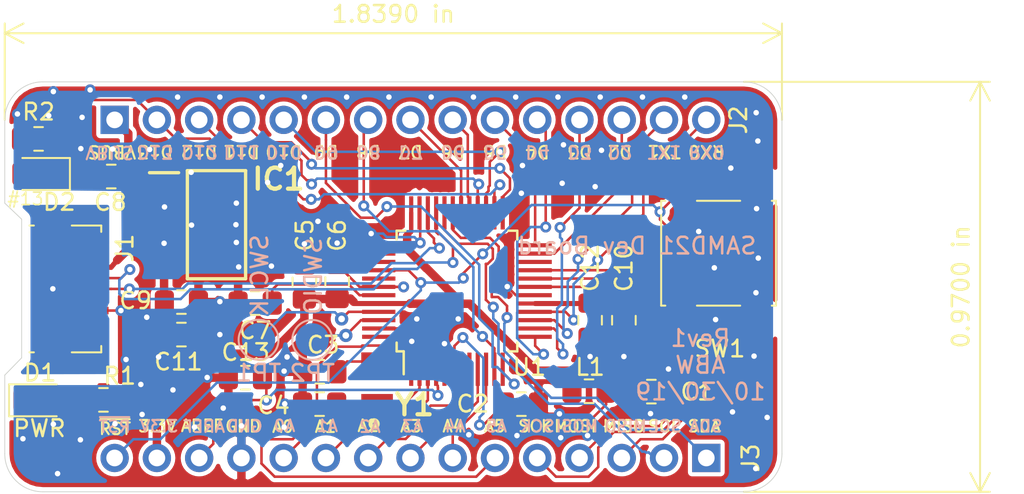
<source format=kicad_pcb>
(kicad_pcb (version 20171130) (host pcbnew "(5.1.4)-1")
  (layers (0 F.Cu signal) (31 B.Cu signal) (34 B.Paste user) (35 F.Paste user) (36 B.SilkS user) (37 F.SilkS user) (38 B.Mask user) (39 F.Mask user) (44 Edge.Cuts user))
  (net 0 "")
  (net 1 "Net-(C3-Pad1)")
  (net 2 "Net-(C4-Pad1)")
  (net 3 A0)
  (net 4 AREF)
  (net 5 GND)
  (net 6 "Net-(C1-Pad1)")
  (net 7 A1)
  (net 8 A2)
  (net 9 A3)
  (net 10 A4)
  (net 11 D8)
  (net 12 D9)
  (net 13 D4)
  (net 14 D3)
  (net 15 D1)
  (net 16 D0)
  (net 17 +3V3)
  (net 18 MOSI)
  (net 19 SCK)
  (net 20 MISO)
  (net 21 "Net-(U1-Pad22)")
  (net 22 D2)
  (net 23 D5)
  (net 24 D11)
  (net 25 D13)
  (net 26 D10)
  (net 27 D12)
  (net 28 D6)
  (net 29 D7)
  (net 30 SDA)
  (net 31 SCL)
  (net 32 D-)
  (net 33 D+)
  (net 34 "Net-(U1-Pad37)")
  (net 35 "Net-(U1-Pad38)")
  (net 36 "Net-(U1-Pad39)")
  (net 37 ~RESET)
  (net 38 "Net-(U1-Pad41)")
  (net 39 "Net-(C7-Pad1)")
  (net 40 SWCLK)
  (net 41 SWDIO)
  (net 42 A5)
  (net 43 "Net-(U1-Pad48)")
  (net 44 VBUS)
  (net 45 "Net-(D1-Pad2)")
  (net 46 "Net-(D2-Pad2)")
  (net 47 "Net-(J1-Pad4)")
  (net 48 SHIELD)
  (module Connector_PinHeader_2.54mm:PinHeader_1x15_P2.54mm_Vertical (layer F.Cu) (at 95.758 98.044 270)
    (fp_text reference J3 (at 0 -2.667 270) (layer F.SilkS))
    (fp_text value Conn_01x15_Male)
    (pad 1 thru_hole rect (at 0 0 270) (size 1.7 1.7) (drill 1) (layers *.Cu *.Mask) (net 30 SDA))
    (pad 2 thru_hole oval (at 0 2.54 270) (size 1.7 1.7) (drill 1) (layers *.Cu *.Mask) (net 31 SCL))
    (pad 3 thru_hole oval (at 0 5.08 270) (size 1.7 1.7) (drill 1) (layers *.Cu *.Mask) (net 20 MISO))
    (pad 4 thru_hole oval (at 0 7.62 270) (size 1.7 1.7) (drill 1) (layers *.Cu *.Mask) (net 18 MOSI))
    (pad 5 thru_hole oval (at 0 10.16 270) (size 1.7 1.7) (drill 1) (layers *.Cu *.Mask) (net 19 SCK))
    (pad 6 thru_hole oval (at 0 12.7 270) (size 1.7 1.7) (drill 1) (layers *.Cu *.Mask) (net 42 A5))
    (pad 7 thru_hole oval (at 0 15.24 270) (size 1.7 1.7) (drill 1) (layers *.Cu *.Mask) (net 10 A4))
    (pad 8 thru_hole oval (at 0 17.78 270) (size 1.7 1.7) (drill 1) (layers *.Cu *.Mask) (net 9 A3))
    (pad 9 thru_hole oval (at 0 20.32 270) (size 1.7 1.7) (drill 1) (layers *.Cu *.Mask) (net 8 A2))
    (pad 10 thru_hole oval (at 0 22.86 270) (size 1.7 1.7) (drill 1) (layers *.Cu *.Mask) (net 7 A1))
    (pad 11 thru_hole oval (at 0 25.4 270) (size 1.7 1.7) (drill 1) (layers *.Cu *.Mask) (net 3 A0))
    (pad 12 thru_hole oval (at 0 27.94 270) (size 1.7 1.7) (drill 1) (layers *.Cu *.Mask) (net 5 GND))
    (pad 13 thru_hole oval (at 0 30.48 270) (size 1.7 1.7) (drill 1) (layers *.Cu *.Mask) (net 4 AREF))
    (pad 14 thru_hole oval (at 0 33.02 270) (size 1.7 1.7) (drill 1) (layers *.Cu *.Mask) (net 17 +3V3))
    (pad 15 thru_hole oval (at 0 35.56 270) (size 1.7 1.7) (drill 1) (layers *.Cu *.Mask) (net 37 ~RESET))
  )
  (module Connector_PinHeader_2.54mm:PinHeader_1x15_P2.54mm_Vertical (layer F.Cu) (at 60.198 77.724 90)
    (fp_text reference J2 (at -0.00508 37.4904 270) (layer F.SilkS))
    (fp_text value Conn_01x15_Male)
    (pad 15 thru_hole oval (at 0 35.56 90) (size 1.7 1.7) (drill 1) (layers *.Cu *.Mask) (net 16 D0))
    (pad 14 thru_hole oval (at 0 33.02 90) (size 1.7 1.7) (drill 1) (layers *.Cu *.Mask) (net 15 D1))
    (pad 13 thru_hole oval (at 0 30.48 90) (size 1.7 1.7) (drill 1) (layers *.Cu *.Mask) (net 22 D2))
    (pad 12 thru_hole oval (at 0 27.94 90) (size 1.7 1.7) (drill 1) (layers *.Cu *.Mask) (net 14 D3))
    (pad 11 thru_hole oval (at 0 25.4 90) (size 1.7 1.7) (drill 1) (layers *.Cu *.Mask) (net 13 D4))
    (pad 10 thru_hole oval (at 0 22.86 90) (size 1.7 1.7) (drill 1) (layers *.Cu *.Mask) (net 23 D5))
    (pad 9 thru_hole oval (at 0 20.32 90) (size 1.7 1.7) (drill 1) (layers *.Cu *.Mask) (net 28 D6))
    (pad 8 thru_hole oval (at 0 17.78 90) (size 1.7 1.7) (drill 1) (layers *.Cu *.Mask) (net 29 D7))
    (pad 7 thru_hole oval (at 0 15.24 90) (size 1.7 1.7) (drill 1) (layers *.Cu *.Mask) (net 11 D8))
    (pad 6 thru_hole oval (at 0 12.7 90) (size 1.7 1.7) (drill 1) (layers *.Cu *.Mask) (net 12 D9))
    (pad 5 thru_hole oval (at 0 10.16 90) (size 1.7 1.7) (drill 1) (layers *.Cu *.Mask) (net 26 D10))
    (pad 4 thru_hole oval (at 0 7.62 90) (size 1.7 1.7) (drill 1) (layers *.Cu *.Mask) (net 24 D11))
    (pad 3 thru_hole oval (at 0 5.08 90) (size 1.7 1.7) (drill 1) (layers *.Cu *.Mask) (net 27 D12))
    (pad 2 thru_hole oval (at 0 2.54 90) (size 1.7 1.7) (drill 1) (layers *.Cu *.Mask) (net 25 D13))
    (pad 1 thru_hole rect (at 0 0 90) (size 1.7 1.7) (drill 1) (layers *.Cu *.Mask) (net 44 VBUS))
  )
  (module Button_Switch_SMD:SW_SPST_B3S-1000 (layer F.Cu) (at 96.4946 85.7377 90)
    (fp_text reference SW1 (at -5.7404 0.0762 180) (layer F.SilkS))
    (fp_text value SW_SPST)
    (pad 2 smd rect (at 3.975 2.25 90) (size 1.55 1.3) (layers F.Cu F.Paste F.Mask) (net 5 GND))
    (pad 2 smd rect (at -3.975 2.25 90) (size 1.55 1.3) (layers F.Cu F.Paste F.Mask) (net 5 GND))
    (pad 1 smd rect (at 3.975 -2.25 90) (size 1.55 1.3) (layers F.Cu F.Paste F.Mask) (net 37 ~RESET))
    (pad 1 smd rect (at -3.975 -2.25 90) (size 1.55 1.3) (layers F.Cu F.Paste F.Mask) (net 37 ~RESET))
  )
  (module TestPoint:TestPoint_Pad_D2.0mm (layer B.Cu) (at 72.07504 90.94724)
    (fp_text reference TP2 (at 0 1.998) (layer B.SilkS) (effects (justify mirror)))
    (fp_text value TestPoint)
    (pad 1 smd circle (at 0 0) (size 2 2) (layers B.Cu B.Mask) (net 41 SWDIO))
  )
  (module TestPoint:TestPoint_Pad_D2.0mm (layer B.Cu) (at 68.84924 90.93708)
    (fp_text reference TP1 (at 0 1.998) (layer B.SilkS) (effects (justify mirror)))
    (fp_text value TestPoint)
    (pad 1 smd circle (at 0 0) (size 2 2) (layers B.Cu B.Mask) (net 40 SWCLK))
  )
  (module SamacSys_Parts:ABS-07 (layer F.Cu) (at 75.9714 93.4974 90)
    (fp_text reference Y1 (at -1.3462 2.2479 180) (layer F.SilkS) (effects (font (size 1.27 1.27) (thickness 0.254))))
    (fp_text value 32768Hz hide)
    (pad 1 smd rect (at -1.25 0 90) (size 1.1 1.9) (layers F.Cu F.Paste F.Mask) (net 2 "Net-(C4-Pad1)"))
    (pad 2 smd rect (at 1.25 0 90) (size 1.1 1.9) (layers F.Cu F.Paste F.Mask) (net 1 "Net-(C3-Pad1)"))
  )
  (module Capacitor_SMD:C_0805_2012Metric_Pad1.15x1.40mm_HandSolder (layer F.Cu) (at 64.2112 90.6272)
    (fp_text reference C11 (at -0.1778 1.6383) (layer F.SilkS))
    (fp_text value 0.1uF)
    (pad 2 smd roundrect (at 1.025 0) (size 1.15 1.4) (layers F.Cu F.Paste F.Mask) (roundrect_rratio 0.217391) (net 5 GND))
    (pad 1 smd roundrect (at -1.025 0) (size 1.15 1.4) (layers F.Cu F.Paste F.Mask) (roundrect_rratio 0.217391) (net 17 +3V3))
  )
  (module Capacitor_SMD:C_0805_2012Metric_Pad1.15x1.40mm_HandSolder (layer F.Cu) (at 64.2112 88.6714)
    (fp_text reference C9 (at -2.7559 -0.0889 180) (layer F.SilkS))
    (fp_text value 1uF)
    (pad 2 smd roundrect (at 1.025 0) (size 1.15 1.4) (layers F.Cu F.Paste F.Mask) (roundrect_rratio 0.217391) (net 5 GND))
    (pad 1 smd roundrect (at -1.025 0) (size 1.15 1.4) (layers F.Cu F.Paste F.Mask) (roundrect_rratio 0.217391) (net 17 +3V3))
  )
  (module Capacitor_SMD:C_0805_2012Metric_Pad1.15x1.40mm_HandSolder (layer F.Cu) (at 59.9948 81.1276 180)
    (fp_text reference C8 (at 0.0508 -1.5494) (layer F.SilkS))
    (fp_text value 1uF)
    (pad 2 smd roundrect (at 1.025 0 180) (size 1.15 1.4) (layers F.Cu F.Paste F.Mask) (roundrect_rratio 0.217391) (net 5 GND))
    (pad 1 smd roundrect (at -1.025 0 180) (size 1.15 1.4) (layers F.Cu F.Paste F.Mask) (roundrect_rratio 0.217391) (net 44 VBUS))
  )
  (module Package_QFP:TQFP-48_7x7mm_P0.5mm_hand_solder (layer F.Cu) (at 80.772 88.011 90)
    (fp_text reference U1 (at -4.57708 4.35356 180) (layer F.SilkS))
    (fp_text value ATSAMD21G18A-AUT)
    (pad 1 smd rect (at -4.7 -2.75 90) (size 2 0.25) (layers F.Cu F.Paste F.Mask) (net 1 "Net-(C3-Pad1)"))
    (pad 2 smd rect (at -4.7 -2.25 90) (size 2 0.25) (layers F.Cu F.Paste F.Mask) (net 2 "Net-(C4-Pad1)"))
    (pad 3 smd rect (at -4.7 -1.75 90) (size 2 0.25) (layers F.Cu F.Paste F.Mask) (net 3 A0))
    (pad 4 smd rect (at -4.7 -1.25 90) (size 2 0.25) (layers F.Cu F.Paste F.Mask) (net 4 AREF))
    (pad 5 smd rect (at -4.7 -0.75 90) (size 2 0.25) (layers F.Cu F.Paste F.Mask) (net 5 GND))
    (pad 6 smd rect (at -4.7 -0.25 90) (size 2 0.25) (layers F.Cu F.Paste F.Mask) (net 6 "Net-(C1-Pad1)"))
    (pad 7 smd rect (at -4.7 0.25 90) (size 2 0.25) (layers F.Cu F.Paste F.Mask) (net 7 A1))
    (pad 8 smd rect (at -4.7 0.75 90) (size 2 0.25) (layers F.Cu F.Paste F.Mask) (net 8 A2))
    (pad 9 smd rect (at -4.7 1.25 90) (size 2 0.25) (layers F.Cu F.Paste F.Mask) (net 9 A3))
    (pad 10 smd rect (at -4.7 1.75 90) (size 2 0.25) (layers F.Cu F.Paste F.Mask) (net 10 A4))
    (pad 11 smd rect (at -4.7 2.25 90) (size 2 0.25) (layers F.Cu F.Paste F.Mask) (net 11 D8))
    (pad 12 smd rect (at -4.7 2.75 90) (size 2 0.25) (layers F.Cu F.Paste F.Mask) (net 12 D9))
    (pad 13 smd rect (at -2.75 4.7 180) (size 2 0.25) (layers F.Cu F.Paste F.Mask) (net 13 D4))
    (pad 14 smd rect (at -2.25 4.7 180) (size 2 0.25) (layers F.Cu F.Paste F.Mask) (net 14 D3))
    (pad 15 smd rect (at -1.75 4.7 180) (size 2 0.25) (layers F.Cu F.Paste F.Mask) (net 15 D1))
    (pad 16 smd rect (at -1.25 4.7 180) (size 2 0.25) (layers F.Cu F.Paste F.Mask) (net 16 D0))
    (pad 17 smd rect (at -0.75 4.7 180) (size 2 0.25) (layers F.Cu F.Paste F.Mask) (net 17 +3V3))
    (pad 18 smd rect (at -0.25 4.7 180) (size 2 0.25) (layers F.Cu F.Paste F.Mask) (net 5 GND))
    (pad 19 smd rect (at 0.25 4.7 180) (size 2 0.25) (layers F.Cu F.Paste F.Mask) (net 18 MOSI))
    (pad 20 smd rect (at 0.75 4.7 180) (size 2 0.25) (layers F.Cu F.Paste F.Mask) (net 19 SCK))
    (pad 21 smd rect (at 1.25 4.7 180) (size 2 0.25) (layers F.Cu F.Paste F.Mask) (net 20 MISO))
    (pad 22 smd rect (at 1.75 4.7 180) (size 2 0.25) (layers F.Cu F.Paste F.Mask) (net 21 "Net-(U1-Pad22)"))
    (pad 23 smd rect (at 2.25 4.7 180) (size 2 0.25) (layers F.Cu F.Paste F.Mask) (net 22 D2))
    (pad 24 smd rect (at 2.75 4.7 180) (size 2 0.25) (layers F.Cu F.Paste F.Mask) (net 23 D5))
    (pad 25 smd rect (at 4.7 2.75 90) (size 2 0.25) (layers F.Cu F.Paste F.Mask) (net 24 D11))
    (pad 26 smd rect (at 4.7 2.25 90) (size 2 0.25) (layers F.Cu F.Paste F.Mask) (net 25 D13))
    (pad 27 smd rect (at 4.7 1.75 90) (size 2 0.25) (layers F.Cu F.Paste F.Mask) (net 26 D10))
    (pad 28 smd rect (at 4.7 1.25 90) (size 2 0.25) (layers F.Cu F.Paste F.Mask) (net 27 D12))
    (pad 29 smd rect (at 4.7 0.75 90) (size 2 0.25) (layers F.Cu F.Paste F.Mask) (net 28 D6))
    (pad 30 smd rect (at 4.7 0.25 90) (size 2 0.25) (layers F.Cu F.Paste F.Mask) (net 29 D7))
    (pad 31 smd rect (at 4.7 -0.25 90) (size 2 0.25) (layers F.Cu F.Paste F.Mask) (net 30 SDA))
    (pad 32 smd rect (at 4.7 -0.75 90) (size 2 0.25) (layers F.Cu F.Paste F.Mask) (net 31 SCL))
    (pad 33 smd rect (at 4.7 -1.25 90) (size 2 0.25) (layers F.Cu F.Paste F.Mask) (net 32 D-))
    (pad 34 smd rect (at 4.7 -1.75 90) (size 2 0.25) (layers F.Cu F.Paste F.Mask) (net 33 D+))
    (pad 35 smd rect (at 4.7 -2.25 90) (size 2 0.25) (layers F.Cu F.Paste F.Mask) (net 5 GND))
    (pad 36 smd rect (at 4.7 -2.75 90) (size 2 0.25) (layers F.Cu F.Paste F.Mask) (net 17 +3V3))
    (pad 37 smd rect (at 2.75 -4.7 180) (size 2 0.25) (layers F.Cu F.Paste F.Mask) (net 34 "Net-(U1-Pad37)"))
    (pad 38 smd rect (at 2.25 -4.7 180) (size 2 0.25) (layers F.Cu F.Paste F.Mask) (net 35 "Net-(U1-Pad38)"))
    (pad 39 smd rect (at 1.75 -4.7 180) (size 2 0.25) (layers F.Cu F.Paste F.Mask) (net 36 "Net-(U1-Pad39)"))
    (pad 40 smd rect (at 1.25 -4.7 180) (size 2 0.25) (layers F.Cu F.Paste F.Mask) (net 37 ~RESET))
    (pad 41 smd rect (at 0.75 -4.7 180) (size 2 0.25) (layers F.Cu F.Paste F.Mask) (net 38 "Net-(U1-Pad41)"))
    (pad 42 smd rect (at 0.25 -4.7 180) (size 2 0.25) (layers F.Cu F.Paste F.Mask) (net 5 GND))
    (pad 43 smd rect (at -0.25 -4.7 180) (size 2 0.25) (layers F.Cu F.Paste F.Mask) (net 39 "Net-(C7-Pad1)"))
    (pad 44 smd rect (at -0.75 -4.7 180) (size 2 0.25) (layers F.Cu F.Paste F.Mask) (net 17 +3V3))
    (pad 45 smd rect (at -1.25 -4.7 180) (size 2 0.25) (layers F.Cu F.Paste F.Mask) (net 40 SWCLK))
    (pad 46 smd rect (at -1.75 -4.7 180) (size 2 0.25) (layers F.Cu F.Paste F.Mask) (net 41 SWDIO))
    (pad 47 smd rect (at -2.25 -4.7 180) (size 2 0.25) (layers F.Cu F.Paste F.Mask) (net 42 A5))
    (pad 48 smd rect (at -2.75 -4.7 180) (size 2 0.25) (layers F.Cu F.Paste F.Mask) (net 43 "Net-(U1-Pad48)"))
  )
  (module Capacitor_SMD:C_0805_2012Metric_Pad1.15x1.40mm_HandSolder (layer F.Cu) (at 92.456 94.0562)
    (fp_text reference C1 (at 2.7305 0.0127) (layer F.SilkS))
    (fp_text value 10uF)
    (pad 2 smd roundrect (at 1.025 0) (size 1.15 1.4) (layers F.Cu F.Paste F.Mask) (roundrect_rratio 0.217391) (net 5 GND))
    (pad 1 smd roundrect (at -1.025 0) (size 1.15 1.4) (layers F.Cu F.Paste F.Mask) (roundrect_rratio 0.217391) (net 6 "Net-(C1-Pad1)"))
  )
  (module Capacitor_SMD:C_0805_2012Metric_Pad1.15x1.40mm_HandSolder (layer F.Cu) (at 84.6455 94.8055)
    (fp_text reference C2 (at -2.921 -0.0127) (layer F.SilkS))
    (fp_text value 0.1uF)
    (pad 1 smd roundrect (at -1.025 0) (size 1.15 1.4) (layers F.Cu F.Paste F.Mask) (roundrect_rratio 0.217391) (net 6 "Net-(C1-Pad1)"))
    (pad 2 smd roundrect (at 1.025 0) (size 1.15 1.4) (layers F.Cu F.Paste F.Mask) (roundrect_rratio 0.217391) (net 5 GND))
  )
  (module Capacitor_SMD:C_0805_2012Metric_Pad1.15x1.40mm_HandSolder (layer F.Cu) (at 72.5297 92.8624 180)
    (fp_text reference C3 (at -0.2032 1.6129) (layer F.SilkS))
    (fp_text value 10pF)
    (pad 1 smd roundrect (at -1.025 0 180) (size 1.15 1.4) (layers F.Cu F.Paste F.Mask) (roundrect_rratio 0.217391) (net 1 "Net-(C3-Pad1)"))
    (pad 2 smd roundrect (at 1.025 0 180) (size 1.15 1.4) (layers F.Cu F.Paste F.Mask) (roundrect_rratio 0.217391) (net 5 GND))
  )
  (module Capacitor_SMD:C_0805_2012Metric_Pad1.15x1.40mm_HandSolder (layer F.Cu) (at 72.517 94.8055 180)
    (fp_text reference C4 (at 2.7686 -0.0889) (layer F.SilkS))
    (fp_text value 10pF)
    (pad 2 smd roundrect (at 1.025 0 180) (size 1.15 1.4) (layers F.Cu F.Paste F.Mask) (roundrect_rratio 0.217391) (net 5 GND))
    (pad 1 smd roundrect (at -1.025 0 180) (size 1.15 1.4) (layers F.Cu F.Paste F.Mask) (roundrect_rratio 0.217391) (net 2 "Net-(C4-Pad1)"))
  )
  (module Capacitor_SMD:C_0805_2012Metric_Pad1.15x1.40mm_HandSolder (layer F.Cu) (at 71.6026 87.4649 90)
    (fp_text reference C5 (at 2.80162 0.02032 90) (layer F.SilkS))
    (fp_text value 10uF)
    (pad 2 smd roundrect (at 1.025 0 90) (size 1.15 1.4) (layers F.Cu F.Paste F.Mask) (roundrect_rratio 0.217391) (net 5 GND))
    (pad 1 smd roundrect (at -1.025 0 90) (size 1.15 1.4) (layers F.Cu F.Paste F.Mask) (roundrect_rratio 0.217391) (net 17 +3V3))
  )
  (module Capacitor_SMD:C_0805_2012Metric_Pad1.15x1.40mm_HandSolder (layer F.Cu) (at 73.5711 87.4395 90)
    (fp_text reference C6 (at 2.77114 0 90) (layer F.SilkS))
    (fp_text value 0.1uF)
    (pad 1 smd roundrect (at -1.025 0 90) (size 1.15 1.4) (layers F.Cu F.Paste F.Mask) (roundrect_rratio 0.217391) (net 17 +3V3))
    (pad 2 smd roundrect (at 1.025 0 90) (size 1.15 1.4) (layers F.Cu F.Paste F.Mask) (roundrect_rratio 0.217391) (net 5 GND))
  )
  (module Capacitor_SMD:C_0805_2012Metric_Pad1.15x1.40mm_HandSolder (layer F.Cu) (at 68.6435 88.7349 180)
    (fp_text reference C7 (at 0 -1.65) (layer F.SilkS))
    (fp_text value 1uF)
    (pad 2 smd roundrect (at 1.025 0 180) (size 1.15 1.4) (layers F.Cu F.Paste F.Mask) (roundrect_rratio 0.217391) (net 5 GND))
    (pad 1 smd roundrect (at -1.025 0 180) (size 1.15 1.4) (layers F.Cu F.Paste F.Mask) (roundrect_rratio 0.217391) (net 39 "Net-(C7-Pad1)"))
  )
  (module Capacitor_SMD:C_0805_2012Metric_Pad1.15x1.40mm_HandSolder (layer F.Cu) (at 90.805 89.7636 270)
    (fp_text reference C10 (at -3.1496 0 90) (layer F.SilkS))
    (fp_text value 0.1uF)
    (pad 2 smd roundrect (at 1.025 0 270) (size 1.15 1.4) (layers F.Cu F.Paste F.Mask) (roundrect_rratio 0.217391) (net 5 GND))
    (pad 1 smd roundrect (at -1.025 0 270) (size 1.15 1.4) (layers F.Cu F.Paste F.Mask) (roundrect_rratio 0.217391) (net 17 +3V3))
  )
  (module Capacitor_SMD:C_0805_2012Metric_Pad1.15x1.40mm_HandSolder (layer F.Cu) (at 88.773 89.7636 270)
    (fp_text reference C12 (at -3.1496 0 90) (layer F.SilkS))
    (fp_text value 10uF)
    (pad 1 smd roundrect (at -1.025 0 270) (size 1.15 1.4) (layers F.Cu F.Paste F.Mask) (roundrect_rratio 0.217391) (net 17 +3V3))
    (pad 2 smd roundrect (at 1.025 0 270) (size 1.15 1.4) (layers F.Cu F.Paste F.Mask) (roundrect_rratio 0.217391) (net 5 GND))
  )
  (module Capacitor_SMD:C_0805_2012Metric_Pad1.15x1.40mm_HandSolder (layer F.Cu) (at 68.0593 93.218 180)
    (fp_text reference C13 (at -0.0127 1.524) (layer F.SilkS))
    (fp_text value "1 uF")
    (pad 1 smd roundrect (at -1.025 0 180) (size 1.15 1.4) (layers F.Cu F.Paste F.Mask) (roundrect_rratio 0.217391) (net 4 AREF))
    (pad 2 smd roundrect (at 1.025 0 180) (size 1.15 1.4) (layers F.Cu F.Paste F.Mask) (roundrect_rratio 0.217391) (net 5 GND))
  )
  (module Diode_SMD:D_0805_2012Metric_Pad1.15x1.40mm_HandSolder (layer F.Cu) (at 55.7149 94.5769)
    (fp_text reference D1 (at 0 -1.65) (layer F.SilkS))
    (fp_text value LED)
    (pad 2 smd roundrect (at 1.025 0) (size 1.15 1.4) (layers F.Cu F.Paste F.Mask) (roundrect_rratio 0.217391) (net 45 "Net-(D1-Pad2)"))
    (pad 1 smd roundrect (at -1.025 0) (size 1.15 1.4) (layers F.Cu F.Paste F.Mask) (roundrect_rratio 0.217391) (net 5 GND))
  )
  (module Connector_USB:USB_Micro-B_Molex_47346-0001 (layer F.Cu) (at 57.6834 87.884 270)
    (fp_text reference J1 (at -2.4511 -3.1242 270) (layer F.SilkS))
    (fp_text value USB_B_Micro)
    (pad 1 smd rect (at -1.3 -1.46 270) (size 0.45 1.38) (layers F.Cu F.Paste F.Mask) (net 44 VBUS))
    (pad 2 smd rect (at -0.65 -1.46 270) (size 0.45 1.38) (layers F.Cu F.Paste F.Mask) (net 32 D-))
    (pad 3 smd rect (at 0 -1.46 270) (size 0.45 1.38) (layers F.Cu F.Paste F.Mask) (net 33 D+))
    (pad 4 smd rect (at 0.65 -1.46 270) (size 0.45 1.38) (layers F.Cu F.Paste F.Mask) (net 47 "Net-(J1-Pad4)"))
    (pad 5 smd rect (at 1.3 -1.46 270) (size 0.45 1.38) (layers F.Cu F.Paste F.Mask) (net 5 GND))
    (pad 6 smd rect (at -2.4625 -1.1 270) (size 1.475 2.1) (layers F.Cu F.Paste F.Mask) (net 48 SHIELD))
    (pad 6 smd rect (at 2.4625 -1.1 270) (size 1.475 2.1) (layers F.Cu F.Paste F.Mask) (net 48 SHIELD))
    (pad 6 smd rect (at -2.91 1.2 270) (size 2.375 1.9) (layers F.Cu F.Paste F.Mask) (net 48 SHIELD))
    (pad 6 smd rect (at 2.91 1.2 270) (size 2.375 1.9) (layers F.Cu F.Paste F.Mask) (net 48 SHIELD))
    (pad 6 smd rect (at -0.84 1.2 270) (size 1.175 1.9) (layers F.Cu F.Paste F.Mask) (net 48 SHIELD))
    (pad 6 smd rect (at 0.84 1.2 270) (size 1.175 1.9) (layers F.Cu F.Paste F.Mask) (net 48 SHIELD))
  )
  (module Inductor_SMD:L_0805_2012Metric_Pad1.15x1.40mm_HandSolder (layer F.Cu) (at 88.7095 94.0308)
    (fp_text reference L1 (at 0.0635 -1.4478) (layer F.SilkS))
    (fp_text value 10uH)
    (pad 1 smd roundrect (at -1.025 0) (size 1.15 1.4) (layers F.Cu F.Paste F.Mask) (roundrect_rratio 0.217391) (net 17 +3V3))
    (pad 2 smd roundrect (at 1.025 0) (size 1.15 1.4) (layers F.Cu F.Paste F.Mask) (roundrect_rratio 0.217391) (net 6 "Net-(C1-Pad1)"))
  )
  (module SOT230P700X180-4N (layer F.Cu) (at 66.3194 84.0232)
    (fp_text reference IC1 (at 3.72364 -2.73812) (layer F.SilkS) (effects (font (size 1.27 1.27) (thickness 0.254))))
    (fp_text value MIC39100-3.3WS hide)
    (pad 1 smd rect (at -3.15 -2.3 90) (size 0.95 1.75) (layers F.Cu F.Paste F.Mask) (net 44 VBUS))
    (pad 2 smd rect (at -3.15 0 90) (size 0.95 1.75) (layers F.Cu F.Paste F.Mask) (net 5 GND))
    (pad 3 smd rect (at -3.15 2.3 90) (size 0.95 1.75) (layers F.Cu F.Paste F.Mask) (net 17 +3V3))
    (pad 4 smd rect (at 3.15 0) (size 1.75 3.25) (layers F.Cu F.Paste F.Mask) (net 5 GND))
  )
  (module Diode_SMD:D_0805_2012Metric_Pad1.15x1.40mm_HandSolder (layer F.Cu) (at 55.6514 80.9752 180)
    (fp_text reference D2 (at -1.2192 -1.6891) (layer F.SilkS))
    (fp_text value LED)
    (pad 2 smd roundrect (at 1.025 0 180) (size 1.15 1.4) (layers F.Cu F.Paste F.Mask) (roundrect_rratio 0.217391) (net 46 "Net-(D2-Pad2)"))
    (pad 1 smd roundrect (at -1.025 0 180) (size 1.15 1.4) (layers F.Cu F.Paste F.Mask) (roundrect_rratio 0.217391) (net 5 GND))
  )
  (module Resistor_SMD:R_0805_2012Metric_Pad1.15x1.40mm_HandSolder (layer F.Cu) (at 59.5249 94.5515 180)
    (fp_text reference R1 (at -0.9779 1.4351) (layer F.SilkS))
    (fp_text value 330)
    (pad 1 smd roundrect (at -1.025 0 180) (size 1.15 1.4) (layers F.Cu F.Paste F.Mask) (roundrect_rratio 0.217391) (net 17 +3V3))
    (pad 2 smd roundrect (at 1.025 0 180) (size 1.15 1.4) (layers F.Cu F.Paste F.Mask) (roundrect_rratio 0.217391) (net 45 "Net-(D1-Pad2)"))
  )
  (module Resistor_SMD:R_0805_2012Metric_Pad1.15x1.40mm_HandSolder (layer F.Cu) (at 55.626 78.867 180)
    (fp_text reference R2 (at 0 1.6256) (layer F.SilkS))
    (fp_text value 330)
    (pad 1 smd roundrect (at -1.025 0 180) (size 1.15 1.4) (layers F.Cu F.Paste F.Mask) (roundrect_rratio 0.217391) (net 25 D13))
    (pad 2 smd roundrect (at 1.025 0 180) (size 1.15 1.4) (layers F.Cu F.Paste F.Mask) (roundrect_rratio 0.217391) (net 46 "Net-(D2-Pad2)"))
  )
  (gr_text "SAMD21 Dev Board" (at 91.5924 85.2932) (layer B.SilkS) (effects (font (size 1 1)) (justify mirror)))
  (gr_text "Rev1\nABW\n10/30/19" (at 95.4024 92.456) (layer B.SilkS) (effects (font (size 1 1)) (justify mirror)))
  (dimension 24.638 (width 0.12) (layer F.SilkS) (gr_text "24.638 mm" (at 113.48212 87.757 90) (layer F.SilkS) (effects (font (size 1 1) (thickness 0.15)))) (feature1 (pts (xy 98.0186 75.438) (xy 112.798541 75.438))) (feature2 (pts (xy 98.0186 100.076) (xy 112.798541 100.076))) (crossbar (pts (xy 112.21212 100.076) (xy 112.21212 75.438))) (arrow1a (pts (xy 112.21212 75.438) (xy 112.798541 76.564504))) (arrow1b (pts (xy 112.21212 75.438) (xy 111.625699 76.564504))) (arrow2a (pts (xy 112.21212 100.076) (xy 112.798541 98.949496))) (arrow2b (pts (xy 112.21212 100.076) (xy 111.625699 98.949496))))
  (gr_text A1 (at 72.9742 96.1136) (layer B.SilkS) (effects (font (size 0.7 0.7) (thickness 0.125)) (justify mirror)))
  (gr_text MOSI (at 87.9856 96.139) (layer B.SilkS) (effects (font (size 0.7 0.7) (thickness 0.125)) (justify mirror)))
  (gr_text SCK (at 85.598 96.139) (layer B.SilkS) (effects (font (size 0.7 0.7) (thickness 0.125)) (justify mirror)))
  (gr_text SDA (at 95.7326 96.139) (layer B.SilkS) (effects (font (size 0.7 0.7) (thickness 0.125)) (justify mirror)))
  (gr_text GND (at 68.0212 96.139) (layer B.SilkS) (effects (font (size 0.7 0.7) (thickness 0.125)) (justify mirror)))
  (gr_text A2 (at 75.5396 96.1644) (layer B.SilkS) (effects (font (size 0.7 0.7) (thickness 0.125)) (justify mirror)))
  (gr_text A4 (at 80.645 96.139) (layer B.SilkS) (effects (font (size 0.7 0.7) (thickness 0.125)) (justify mirror)))
  (gr_text 3.3V (at 62.865 96.139) (layer B.SilkS) (effects (font (size 0.7 0.7) (thickness 0.125)) (justify mirror)))
  (gr_text AREF (at 65.5574 96.1644) (layer B.SilkS) (effects (font (size 0.7 0.7) (thickness 0.125)) (justify mirror)))
  (gr_text MISO (at 90.9066 96.139) (layer B.SilkS) (effects (font (size 0.7 0.7) (thickness 0.125)) (justify mirror)))
  (gr_text A3 (at 78.105 96.139) (layer B.SilkS) (effects (font (size 0.7 0.7) (thickness 0.125)) (justify mirror)))
  (gr_text ~RST (at 60.198 96.1644) (layer B.SilkS) (effects (font (size 0.7 0.7) (thickness 0.125)) (justify mirror)))
  (gr_text SCL (at 93.3196 96.139) (layer B.SilkS) (effects (font (size 0.7 0.7) (thickness 0.125)) (justify mirror)))
  (gr_text A0 (at 70.4088 96.1136) (layer B.SilkS) (effects (font (size 0.7 0.7) (thickness 0.125)) (justify mirror)))
  (gr_text A5 (at 83.1342 96.139) (layer B.SilkS) (effects (font (size 0.7 0.7) (thickness 0.125)) (justify mirror)))
  (gr_text VBUS (at 59.8932 79.6798 180) (layer B.SilkS) (effects (font (size 0.75 0.75) (thickness 0.125)) (justify mirror)))
  (gr_text D7 (at 78.0034 79.6544 180) (layer B.SilkS) (effects (font (size 0.75 0.75) (thickness 0.125)) (justify mirror)))
  (gr_text D12 (at 65.3034 79.6544 180) (layer B.SilkS) (effects (font (size 0.75 0.75) (thickness 0.125)) (justify mirror)))
  (gr_text TX1 (at 93.2434 79.6544 180) (layer B.SilkS) (effects (font (size 0.75 0.75) (thickness 0.125)) (justify mirror)))
  (gr_text D2 (at 90.5764 79.6544 180) (layer B.SilkS) (effects (font (size 0.75 0.75) (thickness 0.125)) (justify mirror)))
  (gr_text D10 (at 70.3834 79.6544 180) (layer B.SilkS) (effects (font (size 0.75 0.75) (thickness 0.125)) (justify mirror)))
  (gr_text D6 (at 80.5434 79.6544 180) (layer B.SilkS) (effects (font (size 0.75 0.75) (thickness 0.125)) (justify mirror)))
  (gr_text D13 (at 62.6364 79.6544 180) (layer B.SilkS) (effects (font (size 0.75 0.75) (thickness 0.125)) (justify mirror)))
  (gr_text D11 (at 67.8434 79.6544 180) (layer B.SilkS) (effects (font (size 0.75 0.75) (thickness 0.125)) (justify mirror)))
  (gr_text D5 (at 83.0834 79.6544 180) (layer B.SilkS) (effects (font (size 0.75 0.75) (thickness 0.125)) (justify mirror)))
  (gr_text RX0 (at 95.7834 79.6544 180) (layer B.SilkS) (effects (font (size 0.75 0.75) (thickness 0.125)) (justify mirror)))
  (gr_text D8 (at 75.4634 79.6544 180) (layer B.SilkS) (effects (font (size 0.75 0.75) (thickness 0.125)) (justify mirror)))
  (gr_text D4 (at 85.6234 79.6544 180) (layer B.SilkS) (effects (font (size 0.75 0.75) (thickness 0.125)) (justify mirror)))
  (gr_text D9 (at 72.9234 79.6544 180) (layer B.SilkS) (effects (font (size 0.75 0.75) (thickness 0.125)) (justify mirror)))
  (gr_text D3 (at 88.1634 79.6544 180) (layer B.SilkS) (effects (font (size 0.75 0.75) (thickness 0.125)) (justify mirror)))
  (gr_text SWCLK (at 68.9102 87.0712 90) (layer B.SilkS) (effects (font (size 1 1)) (justify mirror)))
  (gr_text SWDIO (at 72.136 87.122 90) (layer B.SilkS) (effects (font (size 1 1)) (justify mirror)))
  (gr_text PWR (at 55.6768 96.266) (layer F.SilkS) (effects (font (size 1 1))))
  (gr_text ~RST (at 60.2234 96.2914) (layer F.SilkS) (effects (font (size 0.7 0.7) (thickness 0.125))))
  (gr_text 3.3V (at 62.7634 96.139) (layer F.SilkS) (effects (font (size 0.7 0.7) (thickness 0.125))))
  (gr_text AREF (at 65.4558 96.1136) (layer F.SilkS) (effects (font (size 0.7 0.7) (thickness 0.125))))
  (gr_text GND (at 67.9196 96.139) (layer F.SilkS) (effects (font (size 0.7 0.7) (thickness 0.125))))
  (gr_text A0 (at 70.3072 96.1644) (layer F.SilkS) (effects (font (size 0.7 0.7) (thickness 0.125))))
  (gr_text A1 (at 72.8726 96.1644) (layer F.SilkS) (effects (font (size 0.7 0.7) (thickness 0.125))))
  (gr_text A2 (at 75.438 96.1136) (layer F.SilkS) (effects (font (size 0.7 0.7) (thickness 0.125))))
  (gr_text A3 (at 78.0034 96.139) (layer F.SilkS) (effects (font (size 0.7 0.7) (thickness 0.125))))
  (gr_text A4 (at 80.5434 96.139) (layer F.SilkS) (effects (font (size 0.7 0.7) (thickness 0.125))))
  (gr_text A5 (at 83.0326 96.139) (layer F.SilkS) (effects (font (size 0.7 0.7) (thickness 0.125))))
  (gr_text SCK (at 85.4964 96.139) (layer F.SilkS) (effects (font (size 0.7 0.7) (thickness 0.125))))
  (gr_text MOSI (at 87.884 96.139) (layer F.SilkS) (effects (font (size 0.7 0.7) (thickness 0.125))))
  (gr_text MISO (at 90.805 96.139) (layer F.SilkS) (effects (font (size 0.7 0.7) (thickness 0.125))))
  (gr_text SCL (at 93.218 96.139) (layer F.SilkS) (effects (font (size 0.7 0.7) (thickness 0.125))))
  (gr_text SDA (at 95.631 96.139) (layer F.SilkS) (effects (font (size 0.7 0.7) (thickness 0.125))))
  (gr_text RX0 (at 95.758 79.629 180) (layer F.SilkS) (effects (font (size 0.75 0.75) (thickness 0.125))))
  (gr_text TX1 (at 93.218 79.629 180) (layer F.SilkS) (effects (font (size 0.75 0.75) (thickness 0.125))))
  (gr_text D2 (at 90.551 79.629 180) (layer F.SilkS) (effects (font (size 0.75 0.75) (thickness 0.125))))
  (gr_text D3 (at 88.138 79.629 180) (layer F.SilkS) (effects (font (size 0.75 0.75) (thickness 0.125))))
  (gr_text D4 (at 85.598 79.629 180) (layer F.SilkS) (effects (font (size 0.75 0.75) (thickness 0.125))))
  (gr_text D5 (at 83.058 79.629 180) (layer F.SilkS) (effects (font (size 0.75 0.75) (thickness 0.125))))
  (gr_text D6 (at 80.518 79.629 180) (layer F.SilkS) (effects (font (size 0.75 0.75) (thickness 0.125))))
  (gr_text D7 (at 77.978 79.629 180) (layer F.SilkS) (effects (font (size 0.75 0.75) (thickness 0.125))))
  (gr_text D8 (at 75.438 79.629 180) (layer F.SilkS) (effects (font (size 0.75 0.75) (thickness 0.125))))
  (gr_text D9 (at 72.898 79.629 180) (layer F.SilkS) (effects (font (size 0.75 0.75) (thickness 0.125))))
  (gr_text D10 (at 70.358 79.629 180) (layer F.SilkS) (effects (font (size 0.75 0.75) (thickness 0.125))))
  (gr_text D11 (at 67.818 79.629 180) (layer F.SilkS) (effects (font (size 0.75 0.75) (thickness 0.125))))
  (gr_text D12 (at 65.278 79.629 180) (layer F.SilkS) (effects (font (size 0.75 0.75) (thickness 0.125))))
  (gr_text D13 (at 62.611 79.629 180) (layer F.SilkS) (effects (font (size 0.75 0.75) (thickness 0.125))))
  (gr_text "#13" (at 54.8386 82.4738) (layer F.SilkS) (effects (font (size 0.75 0.75) (thickness 0.1))))
  (gr_text VBUS (at 60.0329 79.6417 180) (layer F.SilkS) (effects (font (size 0.75 0.75) (thickness 0.125))))
  (dimension 46.7106 (width 0.12) (layer F.SilkS) (gr_text "46.711 mm" (at 76.9493 71.247001) (layer F.SilkS) (effects (font (size 1 1) (thickness 0.15)))) (feature1 (pts (xy 53.594 77.724) (xy 53.594 71.93058))) (feature2 (pts (xy 100.3046 77.724) (xy 100.3046 71.93058))) (crossbar (pts (xy 100.3046 72.517001) (xy 53.594 72.517001))) (arrow1a (pts (xy 53.594 72.517001) (xy 54.720504 71.93058))) (arrow1b (pts (xy 53.594 72.517001) (xy 54.720504 73.103422))) (arrow2a (pts (xy 100.3046 72.517001) (xy 99.178096 71.93058))) (arrow2b (pts (xy 100.3046 72.517001) (xy 99.178096 73.103422))))
  (gr_line (start 53.594 93.0656) (end 54.61 92.0242) (layer Edge.Cuts) (width 0.05))
  (gr_line (start 54.61 83.693) (end 54.61 92.0242) (layer Edge.Cuts) (width 0.05))
  (gr_line (start 53.594 82.7278) (end 54.61 83.693) (layer Edge.Cuts) (width 0.05))
  (gr_line (start 53.594 93.0656) (end 53.594 97.79) (layer Edge.Cuts) (width 0.05))
  (gr_arc (start 98.0186 77.724) (end 100.3046 77.724) (angle -90) (layer Edge.Cuts) (width 0.05))
  (gr_line (start 98.0186 100.076) (end 55.88 100.076) (layer Edge.Cuts) (width 0.05))
  (gr_line (start 100.3046 97.79) (end 100.3046 77.724) (layer Edge.Cuts) (width 0.05))
  (gr_arc (start 98.0186 97.79) (end 98.0186 100.076) (angle -90) (layer Edge.Cuts) (width 0.05))
  (gr_arc (start 55.88 97.79) (end 53.594 97.79) (angle -90) (layer Edge.Cuts) (width 0.05))
  (gr_line (start 55.88 75.438) (end 98.0186 75.438) (layer Edge.Cuts) (width 0.05))
  (gr_arc (start 55.88 77.724) (end 55.88 75.438) (angle -90) (layer Edge.Cuts) (width 0.05))
  (gr_line (start 53.594 77.724) (end 53.594 82.7278) (layer Edge.Cuts) (width 0.05))
  (segment (start 77.5584 92.2474) (end 78.022 92.711) (width 0.1524) (layer F.Cu) (net 1))
  (segment (start 75.9714 92.2474) (end 77.5584 92.2474) (width 0.1524) (layer F.Cu) (net 1))
  (segment (start 74.1697 92.2474) (end 73.5547 92.8624) (width 0.1524) (layer F.Cu) (net 1))
  (segment (start 75.9714 92.2474) (end 74.1697 92.2474) (width 0.1524) (layer F.Cu) (net 1))
  (segment (start 75.9133 94.8055) (end 75.9714 94.7474) (width 0.1524) (layer F.Cu) (net 2))
  (segment (start 73.542 94.8055) (end 75.9133 94.8055) (width 0.1524) (layer F.Cu) (net 2))
  (segment (start 78.522 93.8634) (end 78.522 92.711) (width 0.1524) (layer F.Cu) (net 2))
  (segment (start 77.638 94.7474) (end 78.522 93.8634) (width 0.1524) (layer F.Cu) (net 2))
  (segment (start 75.9714 94.7474) (end 77.638 94.7474) (width 0.1524) (layer F.Cu) (net 2))
  (segment (start 79.022 92.711) (end 79.022 94.570262) (width 0.1524) (layer F.Cu) (net 3))
  (segment (start 79.022 94.570262) (end 77.396361 96.195901) (width 0.1524) (layer F.Cu) (net 3))
  (segment (start 71.207999 97.194001) (end 72.206099 96.195901) (width 0.1524) (layer F.Cu) (net 3))
  (segment (start 70.358 98.044) (end 71.207999 97.194001) (width 0.1524) (layer F.Cu) (net 3))
  (segment (start 77.396361 96.195901) (end 72.206099 96.195901) (width 0.1524) (layer F.Cu) (net 3))
  (via (at 69.3166 94.5642) (size 0.6604) (drill 0.3302) (layers F.Cu B.Cu) (net 4))
  (via (at 79.629 94.2848) (size 0.6604) (drill 0.3302) (layers F.Cu B.Cu) (net 4))
  (segment (start 79.629 93.817827) (end 79.629 94.2848) (width 0.1524) (layer F.Cu) (net 4))
  (segment (start 79.620799 93.809626) (end 79.629 93.817827) (width 0.1524) (layer F.Cu) (net 4))
  (segment (start 79.620799 93.705099) (end 79.620799 93.809626) (width 0.1524) (layer F.Cu) (net 4))
  (segment (start 79.522 93.6063) (end 79.620799 93.705099) (width 0.1524) (layer F.Cu) (net 4))
  (segment (start 79.522 92.711) (end 79.522 93.6063) (width 0.1524) (layer F.Cu) (net 4))
  (segment (start 79.629 94.2848) (end 79.530599 94.186399) (width 0.1524) (layer B.Cu) (net 4))
  (segment (start 79.298801 93.954601) (end 79.629 94.2848) (width 0.1524) (layer B.Cu) (net 4))
  (segment (start 69.926199 93.954601) (end 79.298801 93.954601) (width 0.1524) (layer B.Cu) (net 4))
  (segment (start 69.3166 94.5642) (end 69.926199 93.954601) (width 0.1524) (layer B.Cu) (net 4))
  (segment (start 69.3166 93.4503) (end 69.0843 93.218) (width 0.1524) (layer F.Cu) (net 4))
  (segment (start 69.3166 94.5642) (end 69.3166 93.4503) (width 0.1524) (layer F.Cu) (net 4))
  (segment (start 66.127999 97.194001) (end 65.278 98.044) (width 0.1524) (layer F.Cu) (net 4))
  (segment (start 66.127999 96.906127) (end 66.127999 97.194001) (width 0.1524) (layer F.Cu) (net 4))
  (segment (start 68.469926 94.5642) (end 66.127999 96.906127) (width 0.1524) (layer F.Cu) (net 4))
  (segment (start 69.3166 94.5642) (end 68.469926 94.5642) (width 0.1524) (layer F.Cu) (net 4))
  (via (at 54.6862 96.8883) (size 0.6604) (drill 0.3302) (layers F.Cu B.Cu) (net 5))
  (via (at 83.7946 87.7443) (size 0.6604) (drill 0.3302) (layers F.Cu B.Cu) (net 5))
  (via (at 78.5622 85.1154) (size 0.6604) (drill 0.3302) (layers F.Cu B.Cu) (net 5))
  (segment (start 85.4506 88.2396) (end 85.472 88.261) (width 0.1524) (layer F.Cu) (net 5))
  (segment (start 78.5622 83.3512) (end 78.522 83.311) (width 0.1524) (layer F.Cu) (net 5))
  (segment (start 78.5622 85.1154) (end 78.5622 83.3512) (width 0.1524) (layer F.Cu) (net 5))
  (segment (start 88.764 90.7796) (end 88.773 90.7886) (width 0.1524) (layer F.Cu) (net 5))
  (via (at 71.6026 85.1789) (size 0.6604) (drill 0.3302) (layers F.Cu B.Cu) (net 5))
  (via (at 73.5711 85.1281) (size 0.6604) (drill 0.3302) (layers F.Cu B.Cu) (net 5))
  (via (at 67.818 96.1136) (size 0.6604) (drill 0.3302) (layers F.Cu B.Cu) (net 5))
  (segment (start 67.818 96.841919) (end 67.818 96.1136) (width 0.1524) (layer F.Cu) (net 5))
  (segment (start 67.818 98.044) (end 67.818 96.841919) (width 0.1524) (layer F.Cu) (net 5))
  (via (at 66.5226 90.6272) (size 0.6604) (drill 0.3302) (layers F.Cu B.Cu) (net 5))
  (via (at 66.5226 88.646) (size 0.6604) (drill 0.3302) (layers F.Cu B.Cu) (net 5))
  (segment (start 66.4972 88.6714) (end 66.5226 88.646) (width 0.1524) (layer F.Cu) (net 5))
  (segment (start 65.2362 88.6714) (end 66.4972 88.6714) (width 0.1524) (layer F.Cu) (net 5))
  (segment (start 65.2362 90.6272) (end 66.5226 90.6272) (width 0.1524) (layer F.Cu) (net 5))
  (via (at 63.1952 82.9564) (size 0.6604) (drill 0.3302) (layers F.Cu B.Cu) (net 5))
  (via (at 63.1698 85.1408) (size 0.6604) (drill 0.3302) (layers F.Cu B.Cu) (net 5))
  (via (at 64.8208 84.0486) (size 0.6604) (drill 0.3302) (layers F.Cu B.Cu) (net 5))
  (via (at 67.4878 84.0232) (size 0.6604) (drill 0.3302) (layers F.Cu B.Cu) (net 5))
  (via (at 67.5132 85.09) (size 0.6604) (drill 0.3302) (layers F.Cu B.Cu) (net 5))
  (segment (start 69.4694 84.0232) (end 67.5386 84.0232) (width 0.1524) (layer F.Cu) (net 5))
  (segment (start 67.5132 84.952) (end 67.5132 85.09) (width 0.1524) (layer F.Cu) (net 5))
  (segment (start 68.442 84.0232) (end 67.5132 84.952) (width 0.1524) (layer F.Cu) (net 5))
  (segment (start 69.4694 84.0232) (end 68.442 84.0232) (width 0.1524) (layer F.Cu) (net 5))
  (segment (start 64.7954 84.0232) (end 64.8208 84.0486) (width 0.1524) (layer F.Cu) (net 5))
  (segment (start 63.1694 84.0232) (end 64.7954 84.0232) (width 0.1524) (layer F.Cu) (net 5))
  (segment (start 63.1694 82.9822) (end 63.1952 82.9564) (width 0.1524) (layer F.Cu) (net 5))
  (segment (start 63.1694 84.0232) (end 63.1694 82.9822) (width 0.1524) (layer F.Cu) (net 5))
  (segment (start 63.1694 85.1404) (end 63.1698 85.1408) (width 0.1524) (layer F.Cu) (net 5))
  (segment (start 63.1694 84.0232) (end 63.1694 85.1404) (width 0.1524) (layer F.Cu) (net 5))
  (via (at 80.022 91.1726) (size 0.6604) (drill 0.3302) (layers F.Cu B.Cu) (net 5))
  (segment (start 80.022 92.711) (end 80.022 91.1726) (width 0.1524) (layer F.Cu) (net 5))
  (via (at 60.5744 89.184) (size 0.6604) (drill 0.3302) (layers F.Cu B.Cu) (net 5))
  (segment (start 59.1434 89.184) (end 60.5744 89.184) (width 0.1524) (layer F.Cu) (net 5))
  (segment (start 54.6862 95.2082) (end 54.6899 95.2119) (width 0.1524) (layer F.Cu) (net 5))
  (segment (start 71.6026 85.1789) (end 71.6026 86.4399) (width 0.1524) (layer F.Cu) (net 5))
  (segment (start 73.5711 85.1281) (end 73.5711 86.4145) (width 0.1524) (layer F.Cu) (net 5))
  (via (at 70.3834 92.8243) (size 0.6604) (drill 0.3302) (layers F.Cu B.Cu) (net 5))
  (via (at 70.4215 94.7928) (size 0.6604) (drill 0.3302) (layers F.Cu B.Cu) (net 5))
  (segment (start 71.4666 92.8243) (end 71.5047 92.8624) (width 0.1524) (layer F.Cu) (net 5))
  (segment (start 70.3834 92.8243) (end 71.4666 92.8243) (width 0.1524) (layer F.Cu) (net 5))
  (segment (start 71.4793 94.7928) (end 71.492 94.8055) (width 0.1524) (layer F.Cu) (net 5))
  (segment (start 70.4215 94.7928) (end 71.4793 94.7928) (width 0.1524) (layer F.Cu) (net 5))
  (via (at 67.6529 86.5632) (size 0.6604) (drill 0.3302) (layers F.Cu B.Cu) (net 5))
  (segment (start 67.6185 86.986) (end 67.6148 86.9823) (width 0.1524) (layer F.Cu) (net 5))
  (segment (start 67.6185 86.5976) (end 67.6529 86.5632) (width 0.1524) (layer F.Cu) (net 5))
  (segment (start 67.6185 88.7349) (end 67.6185 86.5976) (width 0.1524) (layer F.Cu) (net 5))
  (via (at 90.805 91.948) (size 0.6604) (drill 0.3302) (layers F.Cu B.Cu) (net 5))
  (via (at 88.773 91.948) (size 0.6604) (drill 0.3302) (layers F.Cu B.Cu) (net 5))
  (segment (start 88.773 91.948) (end 88.773 90.7886) (width 0.1524) (layer F.Cu) (net 5))
  (segment (start 90.805 90.7886) (end 90.805 91.948) (width 0.1524) (layer F.Cu) (net 5))
  (via (at 65.7606 93.2053) (size 0.6604) (drill 0.3302) (layers F.Cu B.Cu) (net 5))
  (segment (start 67.0216 93.2053) (end 67.0343 93.218) (width 0.1524) (layer F.Cu) (net 5))
  (segment (start 65.7606 93.2053) (end 67.0216 93.2053) (width 0.1524) (layer F.Cu) (net 5))
  (via (at 93.4847 92.6973) (size 0.6604) (drill 0.3302) (layers F.Cu B.Cu) (net 5))
  (segment (start 93.481 92.701) (end 93.4847 92.6973) (width 0.1524) (layer F.Cu) (net 5))
  (segment (start 93.481 94.0562) (end 93.481 92.701) (width 0.1524) (layer F.Cu) (net 5))
  (via (at 86.9315 95.3897) (size 0.6604) (drill 0.3302) (layers F.Cu B.Cu) (net 5))
  (via (at 97.2312 80.6196) (size 0.6604) (drill 0.3302) (layers F.Cu B.Cu) (net 5))
  (via (at 98.7425 88.1126) (size 0.6604) (drill 0.3302) (layers F.Cu B.Cu) (net 5))
  (segment (start 84.3113 88.261) (end 83.7946 87.7443) (width 0.1524) (layer F.Cu) (net 5))
  (segment (start 85.472 88.261) (end 84.3113 88.261) (width 0.1524) (layer F.Cu) (net 5))
  (via (at 81.4832 96.647) (size 0.6604) (drill 0.3302) (layers F.Cu B.Cu) (net 5))
  (via (at 87.0077 96.8248) (size 0.6604) (drill 0.3302) (layers F.Cu B.Cu) (net 5))
  (segment (start 87.0077 95.4659) (end 86.9315 95.3897) (width 0.1524) (layer B.Cu) (net 5))
  (segment (start 87.0077 96.8248) (end 87.0077 95.4659) (width 0.1524) (layer B.Cu) (net 5))
  (via (at 84.64296 82.13344) (size 0.6604) (drill 0.3302) (layers F.Cu B.Cu) (net 5))
  (segment (start 84.124799 82.651601) (end 84.64296 82.13344) (width 0.1524) (layer F.Cu) (net 5))
  (segment (start 83.7946 87.7443) (end 84.124799 87.414101) (width 0.1524) (layer F.Cu) (net 5))
  (segment (start 84.124799 87.414101) (end 84.124799 82.651601) (width 0.1524) (layer F.Cu) (net 5))
  (via (at 77.56652 87.76208) (size 0.6604) (drill 0.3302) (layers F.Cu B.Cu) (net 5))
  (segment (start 77.5883 87.761) (end 77.7494 87.9221) (width 0.1524) (layer F.Cu) (net 5))
  (segment (start 77.56544 87.761) (end 77.56652 87.76208) (width 0.1524) (layer F.Cu) (net 5))
  (segment (start 76.072 87.761) (end 77.56544 87.761) (width 0.1524) (layer F.Cu) (net 5))
  (via (at 67.5132 82.7278) (size 0.6604) (drill 0.3302) (layers F.Cu B.Cu) (net 5))
  (segment (start 67.5132 83.0944) (end 68.442 84.0232) (width 0.1524) (layer F.Cu) (net 5))
  (segment (start 67.5132 82.7278) (end 67.5132 83.0944) (width 0.1524) (layer F.Cu) (net 5))
  (segment (start 54.6899 94.8309) (end 54.8005 94.8309) (width 0.1524) (layer F.Cu) (net 5))
  (segment (start 54.6899 96.8846) (end 54.6862 96.8883) (width 0.1524) (layer F.Cu) (net 5))
  (segment (start 54.6899 94.8309) (end 54.6899 96.8846) (width 0.1524) (layer F.Cu) (net 5))
  (segment (start 74.194472 87.037872) (end 73.5711 86.4145) (width 0.1524) (layer F.Cu) (net 5))
  (segment (start 74.194854 87.037872) (end 74.194472 87.037872) (width 0.1524) (layer F.Cu) (net 5))
  (segment (start 74.917982 87.761) (end 74.194854 87.037872) (width 0.1524) (layer F.Cu) (net 5))
  (segment (start 76.072 87.761) (end 74.917982 87.761) (width 0.1524) (layer F.Cu) (net 5))
  (via (at 75.6158 84.5566) (size 0.6604) (drill 0.3302) (layers F.Cu B.Cu) (net 5))
  (segment (start 78.5622 85.1154) (end 78.21611 84.76931) (width 0.1524) (layer B.Cu) (net 5))
  (segment (start 78.21611 84.76931) (end 76.549327 84.76931) (width 0.1524) (layer B.Cu) (net 5))
  (segment (start 76.336617 84.5566) (end 75.6158 84.5566) (width 0.1524) (layer B.Cu) (net 5))
  (segment (start 76.549327 84.76931) (end 76.336617 84.5566) (width 0.1524) (layer B.Cu) (net 5))
  (via (at 87.0966 81.534) (size 0.6604) (drill 0.3302) (layers F.Cu B.Cu) (net 5))
  (via (at 89.4588 79.5528) (size 0.6604) (drill 0.3302) (layers F.Cu B.Cu) (net 5))
  (via (at 98.7806 83.058) (size 0.6604) (drill 0.3302) (layers F.Cu B.Cu) (net 5))
  (via (at 98.8822 86.0298) (size 0.6604) (drill 0.3302) (layers F.Cu B.Cu) (net 5))
  (via (at 98.6282 91.9226) (size 0.6604) (drill 0.3302) (layers F.Cu B.Cu) (net 5))
  (via (at 97.3328 95.2754) (size 0.6604) (drill 0.3302) (layers F.Cu B.Cu) (net 5))
  (via (at 72.4154 83.82) (size 0.6604) (drill 0.3302) (layers F.Cu B.Cu) (net 5))
  (via (at 64.7954 80.8736) (size 0.6604) (drill 0.3302) (layers F.Cu B.Cu) (net 5))
  (via (at 95.3008 84.4296) (size 0.6604) (drill 0.3302) (layers F.Cu B.Cu) (net 5))
  (via (at 98.7552 77.2922) (size 0.6604) (drill 0.3302) (layers F.Cu B.Cu) (net 5))
  (via (at 99.4156 95.6056) (size 0.6604) (drill 0.3302) (layers F.Cu B.Cu) (net 5))
  (via (at 89.0778 81.7372) (size 0.6604) (drill 0.3302) (layers F.Cu B.Cu) (net 5))
  (via (at 87.1728 79.2226) (size 0.6604) (drill 0.3302) (layers F.Cu B.Cu) (net 5))
  (via (at 84.3788 96.6978) (size 0.6604) (drill 0.3302) (layers F.Cu B.Cu) (net 5))
  (via (at 66.7258 95.0468) (size 0.6604) (drill 0.3302) (layers F.Cu B.Cu) (net 5))
  (via (at 64.9986 96.1898) (size 0.6604) (drill 0.3302) (layers F.Cu B.Cu) (net 5))
  (via (at 92.4052 95.377) (size 0.6604) (drill 0.3302) (layers F.Cu B.Cu) (net 5))
  (via (at 88.6206 96.6978) (size 0.6604) (drill 0.3302) (layers F.Cu B.Cu) (net 5))
  (via (at 96.3168 89.7255) (size 0.6604) (drill 0.3302) (layers F.Cu B.Cu) (net 5))
  (via (at 98.7298 98.679) (size 0.6604) (drill 0.3302) (layers F.Cu B.Cu) (net 5))
  (via (at 58.1406 96.9518) (size 0.6604) (drill 0.3302) (layers F.Cu B.Cu) (net 5))
  (via (at 61.849 95.4278) (size 0.6604) (drill 0.3302) (layers F.Cu B.Cu) (net 5))
  (via (at 56.769 98.9838) (size 0.6604) (drill 0.3302) (layers F.Cu B.Cu) (net 5))
  (via (at 84.709 80.4672) (size 0.6604) (drill 0.3302) (layers F.Cu B.Cu) (net 5))
  (via (at 62.1284 89.5858) (size 0.6604) (drill 0.3302) (layers F.Cu B.Cu) (net 5))
  (via (at 62.8396 91.9734) (size 0.6604) (drill 0.3302) (layers F.Cu B.Cu) (net 5))
  (via (at 61.7728 93.6244) (size 0.6604) (drill 0.3302) (layers F.Cu B.Cu) (net 5))
  (via (at 60.8838 92.1258) (size 0.6604) (drill 0.3302) (layers F.Cu B.Cu) (net 5))
  (via (at 70.5612 91.9734) (size 0.6604) (drill 0.3302) (layers F.Cu B.Cu) (net 5))
  (via (at 63.7032 93.9546) (size 0.6604) (drill 0.3302) (layers F.Cu B.Cu) (net 5))
  (via (at 56.515 96.012) (size 0.6604) (drill 0.3302) (layers F.Cu B.Cu) (net 5))
  (via (at 60.2234 95.9866) (size 0.6604) (drill 0.3302) (layers F.Cu B.Cu) (net 5))
  (via (at 70.3834 96.1898) (size 0.6604) (drill 0.3302) (layers F.Cu B.Cu) (net 5))
  (via (at 96.2406 86.614) (size 0.6604) (drill 0.3302) (layers F.Cu B.Cu) (net 5))
  (via (at 94.4626 76.3524) (size 0.6604) (drill 0.3302) (layers F.Cu B.Cu) (net 5))
  (via (at 91.9226 76.3524) (size 0.6604) (drill 0.3302) (layers F.Cu B.Cu) (net 5))
  (via (at 89.3826 76.3524) (size 0.6604) (drill 0.3302) (layers F.Cu B.Cu) (net 5))
  (via (at 86.8426 76.3524) (size 0.6604) (drill 0.3302) (layers F.Cu B.Cu) (net 5))
  (via (at 84.3026 76.3524) (size 0.6604) (drill 0.3302) (layers F.Cu B.Cu) (net 5))
  (via (at 81.7626 76.3524) (size 0.6604) (drill 0.3302) (layers F.Cu B.Cu) (net 5))
  (via (at 79.2226 76.3524) (size 0.6604) (drill 0.3302) (layers F.Cu B.Cu) (net 5))
  (via (at 76.6826 76.3524) (size 0.6604) (drill 0.3302) (layers F.Cu B.Cu) (net 5))
  (via (at 74.1426 76.3524) (size 0.6604) (drill 0.3302) (layers F.Cu B.Cu) (net 5))
  (via (at 71.6026 76.3524) (size 0.6604) (drill 0.3302) (layers F.Cu B.Cu) (net 5))
  (via (at 69.0626 76.3524) (size 0.6604) (drill 0.3302) (layers F.Cu B.Cu) (net 5))
  (via (at 66.5226 76.3524) (size 0.6604) (drill 0.3302) (layers F.Cu B.Cu) (net 5))
  (via (at 63.9826 76.3524) (size 0.6604) (drill 0.3302) (layers F.Cu B.Cu) (net 5))
  (via (at 78.0542 91.0336) (size 0.6604) (drill 0.3302) (layers F.Cu B.Cu) (net 5))
  (via (at 80.8482 89.6874) (size 0.6604) (drill 0.3302) (layers F.Cu B.Cu) (net 5))
  (via (at 78.359 89.6874) (size 0.6604) (drill 0.3302) (layers F.Cu B.Cu) (net 5))
  (via (at 56.515 76.0222) (size 0.6604) (drill 0.3302) (layers F.Cu B.Cu) (net 5))
  (via (at 70.1802 80.4672) (size 0.6604) (drill 0.3302) (layers F.Cu B.Cu) (net 5))
  (via (at 69.3928 81.4832) (size 0.6604) (drill 0.3302) (layers F.Cu B.Cu) (net 5))
  (via (at 69.6214 86.5124) (size 0.6604) (drill 0.3302) (layers F.Cu B.Cu) (net 5))
  (via (at 58.7248 75.9206) (size 0.6604) (drill 0.3302) (layers F.Cu B.Cu) (net 5))
  (via (at 54.356 77.3684) (size 0.6604) (drill 0.3302) (layers F.Cu B.Cu) (net 5))
  (via (at 56.2356 77.47) (size 0.6604) (drill 0.3302) (layers F.Cu B.Cu) (net 5))
  (via (at 62.3062 79.502) (size 0.6604) (drill 0.3302) (layers F.Cu B.Cu) (net 5))
  (via (at 58.166 79.4512) (size 0.6604) (drill 0.3302) (layers F.Cu B.Cu) (net 5))
  (via (at 60.071 79.4766) (size 0.6604) (drill 0.3302) (layers F.Cu B.Cu) (net 5))
  (segment (start 58.166 79.4856) (end 58.166 79.4512) (width 0.1524) (layer F.Cu) (net 5))
  (segment (start 56.6764 80.9752) (end 58.166 79.4856) (width 0.1524) (layer F.Cu) (net 5))
  (segment (start 58.9698 80.255) (end 58.166 79.4512) (width 0.1524) (layer F.Cu) (net 5))
  (segment (start 58.9698 81.1276) (end 58.9698 80.255) (width 0.1524) (layer F.Cu) (net 5))
  (via (at 58.2422 77.5716) (size 0.6604) (drill 0.3302) (layers F.Cu B.Cu) (net 5))
  (segment (start 98.7425 89.7106) (end 98.7446 89.7127) (width 0.1524) (layer F.Cu) (net 5))
  (segment (start 98.7425 88.1126) (end 98.7425 89.7106) (width 0.1524) (layer F.Cu) (net 5))
  (segment (start 98.3743 81.7627) (end 98.7446 81.7627) (width 0.1524) (layer F.Cu) (net 5))
  (segment (start 97.2312 80.6196) (end 98.3743 81.7627) (width 0.1524) (layer F.Cu) (net 5))
  (via (at 98.8568 78.994) (size 0.6604) (drill 0.3302) (layers F.Cu B.Cu) (net 5))
  (segment (start 86.2547 95.3897) (end 85.6705 94.8055) (width 0.1524) (layer F.Cu) (net 5))
  (segment (start 86.9315 95.3897) (end 86.2547 95.3897) (width 0.1524) (layer F.Cu) (net 5))
  (via (at 81.1276 90.805) (size 0.6604) (drill 0.3302) (layers F.Cu B.Cu) (net 6))
  (segment (start 91.4056 94.0308) (end 91.431 94.0562) (width 0.1524) (layer F.Cu) (net 6))
  (segment (start 89.7345 94.0308) (end 91.4056 94.0308) (width 0.1524) (layer F.Cu) (net 6))
  (segment (start 88.55499 96.01031) (end 84.60941 96.01031) (width 0.1524) (layer F.Cu) (net 6))
  (segment (start 89.7345 94.8308) (end 88.55499 96.01031) (width 0.1524) (layer F.Cu) (net 6))
  (segment (start 89.7345 94.0308) (end 89.7345 94.8308) (width 0.1524) (layer F.Cu) (net 6))
  (segment (start 80.522 91.5586) (end 80.522 92.711) (width 0.1524) (layer F.Cu) (net 6))
  (segment (start 80.620799 91.459801) (end 80.522 91.5586) (width 0.1524) (layer F.Cu) (net 6))
  (segment (start 80.620799 91.311801) (end 80.620799 91.459801) (width 0.1524) (layer F.Cu) (net 6))
  (segment (start 81.1276 90.805) (end 80.620799 91.311801) (width 0.1524) (layer F.Cu) (net 6))
  (segment (start 84.60941 95.79441) (end 83.6205 94.8055) (width 0.1524) (layer F.Cu) (net 6))
  (segment (start 84.60941 96.01031) (end 84.60941 95.79441) (width 0.1524) (layer F.Cu) (net 6))
  (segment (start 83.6205 94.9923) (end 83.6205 94.8055) (width 0.1524) (layer F.Cu) (net 6))
  (via (at 82.1309 96.0628) (size 0.6604) (drill 0.3302) (layers F.Cu B.Cu) (net 6))
  (segment (start 82.3632 96.0628) (end 82.1309 96.0628) (width 0.1524) (layer F.Cu) (net 6))
  (segment (start 83.6205 94.8055) (end 82.3632 96.0628) (width 0.1524) (layer F.Cu) (net 6))
  (segment (start 82.3595 92.0369) (end 81.1276 90.805) (width 0.1524) (layer B.Cu) (net 6))
  (segment (start 82.3595 95.367227) (end 82.3595 92.0369) (width 0.1524) (layer B.Cu) (net 6))
  (segment (start 82.1309 95.595827) (end 82.3595 95.367227) (width 0.1524) (layer B.Cu) (net 6))
  (segment (start 82.1309 96.0628) (end 82.1309 95.595827) (width 0.1524) (layer B.Cu) (net 6))
  (segment (start 72.898 98.044) (end 74.393689 96.548311) (width 0.1524) (layer F.Cu) (net 7))
  (segment (start 77.542334 96.548311) (end 79.196245 94.8944) (width 0.1524) (layer F.Cu) (net 7))
  (segment (start 74.393689 96.548311) (end 77.542334 96.548311) (width 0.1524) (layer F.Cu) (net 7))
  (segment (start 79.196245 94.8944) (end 80.7847 94.8944) (width 0.1524) (layer F.Cu) (net 7))
  (segment (start 81.022 94.6571) (end 81.022 92.711) (width 0.1524) (layer F.Cu) (net 7))
  (segment (start 80.7847 94.8944) (end 81.022 94.6571) (width 0.1524) (layer F.Cu) (net 7))
  (segment (start 77.688307 96.900721) (end 77.894744 96.694283) (width 0.1524) (layer F.Cu) (net 8))
  (segment (start 75.438 98.044) (end 76.581279 96.900721) (width 0.1524) (layer F.Cu) (net 8))
  (segment (start 76.581279 96.900721) (end 77.688307 96.900721) (width 0.1524) (layer F.Cu) (net 8))
  (segment (start 77.894744 96.694283) (end 79.342217 95.24681) (width 0.1524) (layer F.Cu) (net 8))
  (segment (start 81.522 93.8634) (end 81.522 92.711) (width 0.1524) (layer F.Cu) (net 8))
  (segment (start 81.522 94.655483) (end 81.522 93.8634) (width 0.1524) (layer F.Cu) (net 8))
  (segment (start 80.930673 95.24681) (end 81.522 94.655483) (width 0.1524) (layer F.Cu) (net 8))
  (segment (start 79.342217 95.24681) (end 80.930673 95.24681) (width 0.1524) (layer F.Cu) (net 8))
  (segment (start 81.076646 95.59922) (end 79.488189 95.59922) (width 0.1524) (layer F.Cu) (net 9))
  (segment (start 82.022 92.711) (end 82.022 94.653866) (width 0.1524) (layer F.Cu) (net 9))
  (segment (start 82.022 94.653866) (end 81.076646 95.59922) (width 0.1524) (layer F.Cu) (net 9))
  (segment (start 79.488189 96.533811) (end 77.978 98.044) (width 0.1524) (layer F.Cu) (net 9))
  (segment (start 79.488189 95.59922) (end 79.488189 96.533811) (width 0.1524) (layer F.Cu) (net 9))
  (segment (start 80.518 96.656248) (end 80.518 98.044) (width 0.1524) (layer F.Cu) (net 10))
  (segment (start 82.522 92.711) (end 82.522 94.652248) (width 0.1524) (layer F.Cu) (net 10))
  (segment (start 82.522 94.652248) (end 80.518 96.656248) (width 0.1524) (layer F.Cu) (net 10))
  (via (at 75.1713 82.8929) (size 0.6604) (drill 0.3302) (layers F.Cu B.Cu) (net 11))
  (via (at 82.3087 90.7415) (size 0.6604) (drill 0.3302) (layers F.Cu B.Cu) (net 11))
  (segment (start 76.6953 84.4169) (end 75.1713 82.8929) (width 0.1524) (layer B.Cu) (net 11))
  (segment (start 79.599374 84.4169) (end 76.6953 84.4169) (width 0.1524) (layer B.Cu) (net 11))
  (segment (start 75.1713 77.9907) (end 75.438 77.724) (width 0.1524) (layer F.Cu) (net 11))
  (segment (start 75.1713 82.8929) (end 75.1713 77.9907) (width 0.1524) (layer F.Cu) (net 11))
  (segment (start 83.022 92.711) (end 83.022 91.4548) (width 0.1524) (layer F.Cu) (net 11))
  (segment (start 83.022 91.4548) (end 82.3087 90.7415) (width 0.1524) (layer F.Cu) (net 11))
  (segment (start 81.759401 86.576927) (end 81.741437 86.558963) (width 0.1524) (layer B.Cu) (net 11))
  (segment (start 81.759401 90.192201) (end 81.759401 86.576927) (width 0.1524) (layer B.Cu) (net 11))
  (segment (start 82.3087 90.7415) (end 81.759401 90.192201) (width 0.1524) (layer B.Cu) (net 11))
  (segment (start 81.741437 86.558963) (end 79.599374 84.4169) (width 0.1524) (layer B.Cu) (net 11))
  (via (at 84.2137 93.599) (size 0.6604) (drill 0.3302) (layers F.Cu B.Cu) (net 12))
  (segment (start 72.898 78.926081) (end 72.898 77.724) (width 0.1524) (layer F.Cu) (net 12))
  (segment (start 72.898 81.517074) (end 72.898 78.926081) (width 0.1524) (layer F.Cu) (net 12))
  (segment (start 74.985026 83.6041) (end 72.898 81.517074) (width 0.1524) (layer F.Cu) (net 12))
  (segment (start 75.8952 83.6041) (end 74.985026 83.6041) (width 0.1524) (layer F.Cu) (net 12))
  (segment (start 76.5683 82.931) (end 76.56195 82.93735) (width 0.1524) (layer F.Cu) (net 12))
  (segment (start 83.522 92.9073) (end 84.2137 93.599) (width 0.1524) (layer F.Cu) (net 12))
  (segment (start 83.522 92.711) (end 83.522 92.9073) (width 0.1524) (layer F.Cu) (net 12))
  (segment (start 76.5683 82.931) (end 78.611857 82.931) (width 0.1524) (layer B.Cu) (net 12))
  (segment (start 82.111811 86.430955) (end 82.079528 86.398672) (width 0.1524) (layer B.Cu) (net 12))
  (segment (start 82.111811 89.647137) (end 82.111811 86.430955) (width 0.1524) (layer B.Cu) (net 12))
  (segment (start 78.611857 82.931) (end 82.079528 86.398672) (width 0.1524) (layer B.Cu) (net 12))
  (segment (start 84.2137 93.599) (end 83.194501 92.579801) (width 0.1524) (layer B.Cu) (net 12))
  (segment (start 83.194501 92.579801) (end 82.915101 92.579801) (width 0.1524) (layer B.Cu) (net 12))
  (segment (start 82.915101 92.579801) (end 82.915101 90.450427) (width 0.1524) (layer B.Cu) (net 12))
  (segment (start 82.915101 90.450427) (end 82.111811 89.647137) (width 0.1524) (layer B.Cu) (net 12))
  (segment (start 76.56195 82.93735) (end 75.8952 83.6041) (width 0.1524) (layer F.Cu) (net 12))
  (via (at 76.56195 82.93735) (size 0.6604) (drill 0.3302) (layers F.Cu B.Cu) (net 12))
  (via (at 86.106 84.1629) (size 0.6604) (drill 0.3302) (layers F.Cu B.Cu) (net 13))
  (via (at 85.979 91.8083) (size 0.6604) (drill 0.3302) (layers F.Cu B.Cu) (net 13))
  (segment (start 85.472 91.3013) (end 85.979 91.8083) (width 0.1524) (layer F.Cu) (net 13))
  (segment (start 85.472 90.761) (end 85.472 91.3013) (width 0.1524) (layer F.Cu) (net 13))
  (segment (start 85.979 84.2899) (end 86.106 84.1629) (width 0.1524) (layer B.Cu) (net 13))
  (segment (start 86.106 78.232) (end 85.598 77.724) (width 0.1524) (layer F.Cu) (net 13))
  (segment (start 86.106 84.1629) (end 86.106 78.232) (width 0.1524) (layer F.Cu) (net 13))
  (segment (start 85.477302 84.1629) (end 86.106 84.1629) (width 0.1524) (layer B.Cu) (net 13))
  (segment (start 85.3567 91.8083) (end 84.388301 90.839901) (width 0.1524) (layer B.Cu) (net 13))
  (segment (start 85.979 91.8083) (end 85.3567 91.8083) (width 0.1524) (layer B.Cu) (net 13))
  (segment (start 84.388301 90.839901) (end 84.388301 89.307427) (width 0.1524) (layer B.Cu) (net 13))
  (segment (start 84.401001 89.294727) (end 84.401001 84.966199) (width 0.1524) (layer B.Cu) (net 13))
  (segment (start 84.388301 89.307427) (end 84.401001 89.294727) (width 0.1524) (layer B.Cu) (net 13))
  (segment (start 85.2043 84.1629) (end 85.477302 84.1629) (width 0.1524) (layer B.Cu) (net 13))
  (segment (start 84.401001 84.966199) (end 85.2043 84.1629) (width 0.1524) (layer B.Cu) (net 13))
  (via (at 86.9696 84.1883) (size 0.6604) (drill 0.3302) (layers F.Cu B.Cu) (net 14))
  (via (at 87.1474 91.7956) (size 0.6604) (drill 0.3302) (layers F.Cu B.Cu) (net 14))
  (segment (start 86.817201 91.465401) (end 87.1474 91.7956) (width 0.1524) (layer F.Cu) (net 14))
  (segment (start 86.794999 91.443199) (end 86.817201 91.465401) (width 0.1524) (layer F.Cu) (net 14))
  (segment (start 86.794999 90.461837) (end 86.794999 91.443199) (width 0.1524) (layer F.Cu) (net 14))
  (segment (start 86.594162 90.261) (end 86.794999 90.461837) (width 0.1524) (layer F.Cu) (net 14))
  (segment (start 85.472 90.261) (end 86.594162 90.261) (width 0.1524) (layer F.Cu) (net 14))
  (segment (start 88.138 83.0199) (end 88.138 77.724) (width 0.1524) (layer F.Cu) (net 14))
  (segment (start 86.9696 84.1883) (end 88.138 83.0199) (width 0.1524) (layer F.Cu) (net 14))
  (segment (start 87.1474 91.207174) (end 86.794999 90.854773) (width 0.1524) (layer B.Cu) (net 14))
  (segment (start 87.1474 91.7956) (end 87.1474 91.207174) (width 0.1524) (layer B.Cu) (net 14))
  (segment (start 86.794999 90.854773) (end 86.794999 89.058818) (width 0.1524) (layer B.Cu) (net 14))
  (segment (start 86.794999 89.058818) (end 87.07758 88.776238) (width 0.1524) (layer B.Cu) (net 14))
  (segment (start 87.07758 88.776238) (end 87.07758 84.89318) (width 0.1524) (layer B.Cu) (net 14))
  (segment (start 86.9696 84.7852) (end 86.9696 84.1883) (width 0.1524) (layer B.Cu) (net 14))
  (segment (start 87.07758 84.89318) (end 86.9696 84.7852) (width 0.1524) (layer B.Cu) (net 14))
  (via (at 88.0491 86.0933) (size 0.6604) (drill 0.3302) (layers F.Cu B.Cu) (net 15))
  (via (at 87.4014 90.5637) (size 0.6604) (drill 0.3302) (layers F.Cu B.Cu) (net 15))
  (segment (start 87.4014 90.538) (end 87.4014 90.5637) (width 0.1524) (layer F.Cu) (net 15))
  (segment (start 86.6244 89.761) (end 87.4014 90.538) (width 0.1524) (layer F.Cu) (net 15))
  (segment (start 85.472 89.761) (end 86.6244 89.761) (width 0.1524) (layer F.Cu) (net 15))
  (segment (start 92.5703 78.3717) (end 93.218 77.724) (width 0.1524) (layer F.Cu) (net 15))
  (segment (start 88.0491 86.0933) (end 91.3003 82.8421) (width 0.1524) (layer F.Cu) (net 15))
  (segment (start 91.3003 79.6417) (end 93.218 77.724) (width 0.1524) (layer F.Cu) (net 15))
  (segment (start 91.3003 82.8421) (end 91.3003 79.6417) (width 0.1524) (layer F.Cu) (net 15))
  (segment (start 87.175999 89.176201) (end 87.42999 88.92221) (width 0.1524) (layer B.Cu) (net 15))
  (segment (start 87.4014 90.5637) (end 87.175999 90.338299) (width 0.1524) (layer B.Cu) (net 15))
  (segment (start 87.175999 90.338299) (end 87.175999 89.176201) (width 0.1524) (layer B.Cu) (net 15))
  (segment (start 87.42999 87.445927) (end 87.636428 87.23949) (width 0.1524) (layer B.Cu) (net 15))
  (segment (start 87.42999 88.92221) (end 87.42999 87.445927) (width 0.1524) (layer B.Cu) (net 15))
  (segment (start 88.047559 86.561814) (end 88.047559 86.828359) (width 0.1524) (layer B.Cu) (net 15))
  (segment (start 88.0491 86.560273) (end 88.047559 86.561814) (width 0.1524) (layer B.Cu) (net 15))
  (segment (start 88.0491 86.0933) (end 88.0491 86.560273) (width 0.1524) (layer B.Cu) (net 15))
  (segment (start 87.636428 87.23949) (end 88.047559 86.828359) (width 0.1524) (layer B.Cu) (net 15))
  (via (at 89.2302 86.1441) (size 0.6604) (drill 0.3302) (layers F.Cu B.Cu) (net 16))
  (via (at 87.7824 89.7509) (size 0.6604) (drill 0.3302) (layers F.Cu B.Cu) (net 16))
  (segment (start 87.2925 89.261) (end 87.7824 89.7509) (width 0.1524) (layer F.Cu) (net 16))
  (segment (start 85.472 89.261) (end 87.2925 89.261) (width 0.1524) (layer F.Cu) (net 16))
  (segment (start 95.425242 78.033683) (end 95.434963 78.003339) (width 0.1524) (layer F.Cu) (net 16))
  (segment (start 87.7824 87.5919) (end 89.2302 86.1441) (width 0.1524) (layer B.Cu) (net 16))
  (segment (start 87.7824 89.7509) (end 87.7824 87.5919) (width 0.1524) (layer B.Cu) (net 16))
  (segment (start 89.2302 86.1441) (end 91.9734 83.4009) (width 0.1524) (layer F.Cu) (net 16))
  (segment (start 91.9734 83.4009) (end 91.9734 79.9211) (width 0.1524) (layer F.Cu) (net 16))
  (segment (start 91.9734 79.9211) (end 92.5322 79.3623) (width 0.1524) (layer F.Cu) (net 16))
  (segment (start 94.096625 79.3623) (end 95.425242 78.033683) (width 0.1524) (layer F.Cu) (net 16))
  (segment (start 92.5322 79.3623) (end 94.096625 79.3623) (width 0.1524) (layer F.Cu) (net 16))
  (segment (start 63.1862 90.6272) (end 64.34021 91.78121) (width 0.508) (layer F.Cu) (net 17))
  (segment (start 63.1694 86.3232) (end 63.1694 88.6546) (width 0.508) (layer F.Cu) (net 17))
  (segment (start 63.1694 88.6546) (end 63.1862 88.6714) (width 0.508) (layer F.Cu) (net 17))
  (segment (start 78.9178 88.773) (end 77.978 88.773) (width 0.508) (layer F.Cu) (net 17))
  (segment (start 78.9178 86.631618) (end 77.777999 85.491817) (width 0.508) (layer F.Cu) (net 17))
  (segment (start 74.561 88.761) (end 76.072 88.761) (width 0.3048) (layer F.Cu) (net 17))
  (segment (start 63.1862 88.6714) (end 63.1862 90.6272) (width 0.508) (layer F.Cu) (net 17))
  (segment (start 77.966 88.761) (end 77.966 88.742674) (width 0.508) (layer F.Cu) (net 17))
  (segment (start 76.072 88.761) (end 77.966 88.761) (width 0.3048) (layer F.Cu) (net 17))
  (segment (start 77.966 88.761) (end 77.978 88.773) (width 0.508) (layer F.Cu) (net 17))
  (segment (start 73.3328 88.761) (end 73.3298 88.764) (width 0.508) (layer F.Cu) (net 17))
  (segment (start 88.773 88.7386) (end 90.805 88.7386) (width 0.508) (layer F.Cu) (net 17))
  (segment (start 78.022 84.4634) (end 78.022 83.311) (width 0.254) (layer F.Cu) (net 17))
  (segment (start 77.777999 84.707401) (end 78.022 84.4634) (width 0.254) (layer F.Cu) (net 17))
  (segment (start 77.777999 85.491817) (end 77.777999 84.707401) (width 0.508) (layer F.Cu) (net 17))
  (segment (start 62.738 93.38342) (end 64.34021 91.78121) (width 0.508) (layer F.Cu) (net 17))
  (segment (start 88.7506 88.761) (end 88.773 88.7386) (width 0.508) (layer F.Cu) (net 17))
  (segment (start 85.472 88.761) (end 88.7506 88.761) (width 0.3048) (layer F.Cu) (net 17))
  (segment (start 62.738 98.044) (end 62.738 95.5294) (width 0.508) (layer F.Cu) (net 17))
  (segment (start 62.738 95.5294) (end 62.738 95.1865) (width 0.508) (layer F.Cu) (net 17))
  (segment (start 73.5457 88.4899) (end 73.5711 88.4645) (width 0.1524) (layer F.Cu) (net 17))
  (segment (start 71.6026 88.4899) (end 73.5457 88.4899) (width 0.508) (layer F.Cu) (net 17))
  (segment (start 74.561 88.6544) (end 74.561 88.761) (width 0.1524) (layer F.Cu) (net 17))
  (segment (start 74.3711 88.4645) (end 74.561 88.6544) (width 0.508) (layer F.Cu) (net 17))
  (segment (start 73.5711 88.4645) (end 74.3711 88.4645) (width 0.508) (layer F.Cu) (net 17))
  (segment (start 68.31129 91.78121) (end 64.34021 91.78121) (width 0.508) (layer F.Cu) (net 17))
  (segment (start 69.55959 91.78121) (end 68.31129 91.78121) (width 0.508) (layer F.Cu) (net 17))
  (segment (start 71.6026 88.4899) (end 71.6026 89.7382) (width 0.508) (layer F.Cu) (net 17))
  (segment (start 71.6026 89.7382) (end 69.55959 91.78121) (width 0.508) (layer F.Cu) (net 17))
  (segment (start 91.605 88.7386) (end 91.95901 89.09261) (width 0.508) (layer F.Cu) (net 17))
  (segment (start 81.526202 88.773) (end 78.9178 88.773) (width 0.508) (layer F.Cu) (net 17))
  (segment (start 90.805 88.7386) (end 91.605 88.7386) (width 0.508) (layer F.Cu) (net 17))
  (segment (start 91.95901 89.09261) (end 91.95901 92.33069) (width 0.508) (layer F.Cu) (net 17))
  (segment (start 91.95901 92.33069) (end 91.4908 92.7989) (width 0.508) (layer F.Cu) (net 17))
  (segment (start 85.552102 92.7989) (end 81.526202 88.773) (width 0.508) (layer F.Cu) (net 17))
  (segment (start 87.3797 92.8407) (end 87.3379 92.7989) (width 0.1524) (layer F.Cu) (net 17))
  (segment (start 87.3379 92.7989) (end 85.552102 92.7989) (width 0.508) (layer F.Cu) (net 17))
  (segment (start 87.6935 93.2218) (end 87.6935 92.7989) (width 0.508) (layer F.Cu) (net 17))
  (segment (start 87.6845 93.2308) (end 87.6935 93.2218) (width 0.1524) (layer F.Cu) (net 17))
  (segment (start 87.6845 94.0308) (end 87.6845 93.2308) (width 0.508) (layer F.Cu) (net 17))
  (segment (start 91.4908 92.7989) (end 87.6935 92.7989) (width 0.508) (layer F.Cu) (net 17))
  (segment (start 87.6935 92.7989) (end 87.3379 92.7989) (width 0.508) (layer F.Cu) (net 17))
  (segment (start 78.9178 86.631618) (end 78.935418 86.631618) (width 0.508) (layer F.Cu) (net 17))
  (segment (start 81.0768 88.773) (end 81.526202 88.773) (width 0.508) (layer F.Cu) (net 17))
  (segment (start 78.935418 86.631618) (end 81.0768 88.773) (width 0.508) (layer F.Cu) (net 17))
  (segment (start 62.6999 94.8055) (end 62.738 94.8436) (width 0.508) (layer F.Cu) (net 17))
  (segment (start 60.5499 94.5515) (end 62.6999 94.5515) (width 0.508) (layer F.Cu) (net 17))
  (segment (start 62.738 95.1865) (end 62.738 94.8436) (width 0.508) (layer F.Cu) (net 17))
  (segment (start 62.738 94.8436) (end 62.738 93.38342) (width 0.508) (layer F.Cu) (net 17))
  (segment (start 88.987999 97.194001) (end 88.138 98.044) (width 0.1524) (layer F.Cu) (net 18))
  (segment (start 85.472 87.761) (end 91.37723 87.761) (width 0.1524) (layer F.Cu) (net 18))
  (segment (start 94.615 94.441376) (end 92.930076 96.1263) (width 0.1524) (layer F.Cu) (net 18))
  (segment (start 92.930076 96.1263) (end 90.0557 96.1263) (width 0.1524) (layer F.Cu) (net 18))
  (segment (start 90.0557 96.1263) (end 88.987999 97.194001) (width 0.1524) (layer F.Cu) (net 18))
  (segment (start 91.37723 87.761) (end 92.48922 88.87299) (width 0.1524) (layer F.Cu) (net 18))
  (segment (start 92.48922 88.87299) (end 92.48922 91.8972) (width 0.1524) (layer F.Cu) (net 18))
  (segment (start 94.0308 91.8972) (end 94.615 92.4814) (width 0.1524) (layer F.Cu) (net 18))
  (segment (start 92.48922 91.8972) (end 94.0308 91.8972) (width 0.1524) (layer F.Cu) (net 18))
  (segment (start 94.615 92.4814) (end 94.615 94.441376) (width 0.1524) (layer F.Cu) (net 18))
  (segment (start 91.375613 87.261) (end 85.472 87.261) (width 0.1524) (layer F.Cu) (net 19))
  (segment (start 85.598 98.044) (end 86.724201 99.170201) (width 0.1524) (layer F.Cu) (net 19))
  (segment (start 86.724201 99.170201) (end 88.678577 99.170201) (width 0.1524) (layer F.Cu) (net 19))
  (segment (start 93.076049 96.47871) (end 94.96741 94.587349) (width 0.1524) (layer F.Cu) (net 19))
  (segment (start 88.678577 99.170201) (end 89.264201 98.584577) (width 0.1524) (layer F.Cu) (net 19))
  (segment (start 89.264201 98.584577) (end 89.264201 97.416182) (width 0.1524) (layer F.Cu) (net 19))
  (segment (start 89.264201 97.416182) (end 90.201673 96.47871) (width 0.1524) (layer F.Cu) (net 19))
  (segment (start 90.201673 96.47871) (end 93.076049 96.47871) (width 0.1524) (layer F.Cu) (net 19))
  (segment (start 91.375613 87.261) (end 92.84163 88.727017) (width 0.1524) (layer F.Cu) (net 19))
  (segment (start 92.84163 88.727017) (end 92.84163 91.54479) (width 0.1524) (layer F.Cu) (net 19))
  (segment (start 94.176773 91.54479) (end 94.96741 92.335427) (width 0.1524) (layer F.Cu) (net 19))
  (segment (start 92.84163 91.54479) (end 94.176773 91.54479) (width 0.1524) (layer F.Cu) (net 19))
  (segment (start 94.96741 92.335427) (end 94.96741 94.587349) (width 0.1524) (layer F.Cu) (net 19))
  (segment (start 93.19404 88.581044) (end 91.373996 86.761) (width 0.1524) (layer F.Cu) (net 20))
  (segment (start 93.19404 91.18744) (end 93.19404 88.581044) (width 0.1524) (layer F.Cu) (net 20))
  (segment (start 91.804201 96.917799) (end 93.135343 96.917799) (width 0.1524) (layer F.Cu) (net 20))
  (segment (start 90.678 98.044) (end 91.804201 96.917799) (width 0.1524) (layer F.Cu) (net 20))
  (segment (start 93.19898 91.19238) (end 93.19404 91.18744) (width 0.1524) (layer F.Cu) (net 20))
  (segment (start 93.135343 96.917799) (end 95.31982 94.733322) (width 0.1524) (layer F.Cu) (net 20))
  (segment (start 95.31982 94.733322) (end 95.31982 92.189454) (width 0.1524) (layer F.Cu) (net 20))
  (segment (start 91.373996 86.761) (end 85.472 86.761) (width 0.1524) (layer F.Cu) (net 20))
  (segment (start 95.31982 92.189454) (end 94.322746 91.19238) (width 0.1524) (layer F.Cu) (net 20))
  (segment (start 94.322746 91.19238) (end 93.19898 91.19238) (width 0.1524) (layer F.Cu) (net 20))
  (segment (start 86.6244 85.761) (end 85.472 85.761) (width 0.1524) (layer F.Cu) (net 22))
  (segment (start 90.678 81.7074) (end 86.6244 85.761) (width 0.1524) (layer F.Cu) (net 22))
  (segment (start 90.678 77.724) (end 90.678 81.7074) (width 0.1524) (layer F.Cu) (net 22))
  (segment (start 85.472 80.138) (end 83.058 77.724) (width 0.1524) (layer F.Cu) (net 23))
  (segment (start 85.472 85.261) (end 85.472 80.138) (width 0.1524) (layer F.Cu) (net 23))
  (via (at 83.3501 80.6323) (size 0.6604) (drill 0.3302) (layers F.Cu B.Cu) (net 24))
  (segment (start 83.680299 80.962499) (end 83.3501 80.6323) (width 0.1524) (layer F.Cu) (net 24))
  (segment (start 83.956501 81.238701) (end 83.680299 80.962499) (width 0.1524) (layer F.Cu) (net 24))
  (segment (start 83.956501 81.913973) (end 83.956501 81.238701) (width 0.1524) (layer F.Cu) (net 24))
  (segment (start 83.522 82.348474) (end 83.956501 81.913973) (width 0.1524) (layer F.Cu) (net 24))
  (segment (start 83.522 83.311) (end 83.522 82.348474) (width 0.1524) (layer F.Cu) (net 24))
  (segment (start 69.1642 79.0702) (end 67.818 77.724) (width 0.1524) (layer F.Cu) (net 24))
  (segment (start 70.8152 79.0702) (end 69.1642 79.0702) (width 0.1524) (layer F.Cu) (net 24))
  (segment (start 71.2978 79.5528) (end 70.8152 79.0702) (width 0.1524) (layer F.Cu) (net 24))
  (segment (start 72.0344 80.391) (end 72.0344 80.279627) (width 0.1524) (layer F.Cu) (net 24))
  (segment (start 72.0344 80.279627) (end 71.307573 79.5528) (width 0.1524) (layer F.Cu) (net 24))
  (segment (start 71.307573 79.5528) (end 71.2978 79.5528) (width 0.1524) (layer F.Cu) (net 24))
  (via (at 72.0344 80.391) (size 0.6604) (drill 0.3302) (layers F.Cu B.Cu) (net 24))
  (segment (start 72.2757 80.6323) (end 72.0344 80.391) (width 0.1524) (layer B.Cu) (net 24))
  (segment (start 83.3501 80.6323) (end 72.2757 80.6323) (width 0.1524) (layer B.Cu) (net 24))
  (via (at 72.009 82.4992) (size 0.6604) (drill 0.3302) (layers F.Cu B.Cu) (net 25))
  (via (at 83.3501 81.6229) (size 0.6604) (drill 0.3302) (layers F.Cu B.Cu) (net 25))
  (segment (start 83.022 81.951) (end 83.3501 81.6229) (width 0.1524) (layer F.Cu) (net 25))
  (segment (start 83.022 83.311) (end 83.022 81.951) (width 0.1524) (layer F.Cu) (net 25))
  (segment (start 63.587999 78.573999) (end 62.738 77.724) (width 0.1524) (layer F.Cu) (net 25))
  (segment (start 63.864201 78.850201) (end 63.587999 78.573999) (width 0.1524) (layer F.Cu) (net 25))
  (segment (start 66.624199 79.568582) (end 65.905818 78.850201) (width 0.1524) (layer F.Cu) (net 25))
  (segment (start 68.665817 79.568583) (end 66.624199 79.568582) (width 0.1524) (layer F.Cu) (net 25))
  (segment (start 72.009 82.4992) (end 71.542027 82.4992) (width 0.1524) (layer F.Cu) (net 25))
  (segment (start 71.542027 82.4992) (end 71.075589 82.032762) (width 0.1524) (layer F.Cu) (net 25))
  (segment (start 71.075589 82.032762) (end 71.075589 80.327353) (width 0.1524) (layer F.Cu) (net 25))
  (segment (start 65.905818 78.850201) (end 63.864201 78.850201) (width 0.1524) (layer F.Cu) (net 25))
  (segment (start 71.075589 80.327353) (end 70.523256 79.77502) (width 0.1524) (layer F.Cu) (net 25))
  (segment (start 70.523256 79.77502) (end 68.872254 79.77502) (width 0.1524) (layer F.Cu) (net 25))
  (segment (start 68.872254 79.77502) (end 68.665817 79.568583) (width 0.1524) (layer F.Cu) (net 25))
  (segment (start 83.019901 81.953099) (end 83.3501 81.6229) (width 0.1524) (layer B.Cu) (net 25))
  (segment (start 82.781799 82.191201) (end 83.019901 81.953099) (width 0.1524) (layer B.Cu) (net 25))
  (segment (start 72.783972 82.191201) (end 82.781799 82.191201) (width 0.1524) (layer B.Cu) (net 25))
  (segment (start 72.475973 82.4992) (end 72.783972 82.191201) (width 0.1524) (layer B.Cu) (net 25))
  (segment (start 72.009 82.4992) (end 72.475973 82.4992) (width 0.1524) (layer B.Cu) (net 25))
  (segment (start 56.651 78.0452) (end 56.651 78.867) (width 0.1524) (layer F.Cu) (net 25))
  (segment (start 58.169199 76.527001) (end 56.651 78.0452) (width 0.1524) (layer F.Cu) (net 25))
  (segment (start 62.738 77.724) (end 61.541001 76.527001) (width 0.1524) (layer F.Cu) (net 25))
  (segment (start 61.541001 76.527001) (end 58.169199 76.527001) (width 0.1524) (layer F.Cu) (net 25))
  (via (at 83.3501 79.6417) (size 0.6604) (drill 0.3302) (layers F.Cu B.Cu) (net 26))
  (segment (start 72.2757 79.6417) (end 70.358 77.724) (width 0.1524) (layer B.Cu) (net 26))
  (segment (start 83.3501 79.6417) (end 72.2757 79.6417) (width 0.1524) (layer B.Cu) (net 26))
  (segment (start 82.522 82.1462) (end 82.66959 81.99861) (width 0.1524) (layer F.Cu) (net 26))
  (segment (start 82.522 83.311) (end 82.522 82.1462) (width 0.1524) (layer F.Cu) (net 26))
  (segment (start 82.66959 81.99861) (end 82.66959 81.74461) (width 0.1524) (layer F.Cu) (net 26))
  (segment (start 82.66959 81.74461) (end 82.743699 81.670501) (width 0.1524) (layer F.Cu) (net 26))
  (segment (start 82.743699 81.670501) (end 82.743699 80.248101) (width 0.1524) (layer F.Cu) (net 26))
  (segment (start 82.743699 80.248101) (end 83.019901 79.971899) (width 0.1524) (layer F.Cu) (net 26))
  (segment (start 83.019901 79.971899) (end 83.3501 79.6417) (width 0.1524) (layer F.Cu) (net 26))
  (via (at 72.0344 81.5848) (size 0.6604) (drill 0.3302) (layers F.Cu B.Cu) (net 27))
  (via (at 82.0801 81.5848) (size 0.6604) (drill 0.3302) (layers F.Cu B.Cu) (net 27))
  (segment (start 82.022 81.6429) (end 82.0801 81.5848) (width 0.1524) (layer F.Cu) (net 27))
  (segment (start 82.022 83.311) (end 82.022 81.6429) (width 0.1524) (layer F.Cu) (net 27))
  (segment (start 71.427999 81.037673) (end 71.427999 80.181381) (width 0.1524) (layer F.Cu) (net 27))
  (segment (start 71.743327 81.353001) (end 71.427999 81.037673) (width 0.1524) (layer F.Cu) (net 27))
  (segment (start 72.031201 81.353001) (end 71.743327 81.353001) (width 0.1524) (layer F.Cu) (net 27))
  (segment (start 72.0344 81.5848) (end 72.0344 81.3562) (width 0.1524) (layer F.Cu) (net 27))
  (segment (start 72.0344 81.3562) (end 72.031201 81.353001) (width 0.1524) (layer F.Cu) (net 27))
  (segment (start 69.018227 79.42261) (end 68.81179 79.216172) (width 0.1524) (layer F.Cu) (net 27))
  (segment (start 71.427999 80.181381) (end 70.669228 79.42261) (width 0.1524) (layer F.Cu) (net 27))
  (segment (start 70.669228 79.42261) (end 69.018227 79.42261) (width 0.1524) (layer F.Cu) (net 27))
  (segment (start 66.770172 79.216172) (end 65.278 77.724) (width 0.1524) (layer F.Cu) (net 27))
  (segment (start 68.81179 79.216172) (end 66.770172 79.216172) (width 0.1524) (layer F.Cu) (net 27))
  (segment (start 81.749901 81.254601) (end 82.0801 81.5848) (width 0.1524) (layer B.Cu) (net 27))
  (segment (start 72.0344 81.5848) (end 72.364599 81.254601) (width 0.1524) (layer B.Cu) (net 27))
  (segment (start 72.364599 81.254601) (end 81.749901 81.254601) (width 0.1524) (layer B.Cu) (net 27))
  (segment (start 81.367999 78.573999) (end 80.518 77.724) (width 0.1524) (layer F.Cu) (net 28))
  (segment (start 81.423201 78.629201) (end 81.367999 78.573999) (width 0.1524) (layer F.Cu) (net 28))
  (segment (start 81.423201 82.337601) (end 81.423201 78.629201) (width 0.1524) (layer F.Cu) (net 28))
  (segment (start 81.522 82.4364) (end 81.423201 82.337601) (width 0.1524) (layer F.Cu) (net 28))
  (segment (start 81.522 83.311) (end 81.522 82.4364) (width 0.1524) (layer F.Cu) (net 28))
  (segment (start 81.026 83.315) (end 81.022 83.311) (width 0.1524) (layer F.Cu) (net 29))
  (segment (start 81.022 80.768) (end 77.978 77.724) (width 0.1524) (layer F.Cu) (net 29))
  (segment (start 81.022 83.311) (end 81.022 80.768) (width 0.1524) (layer F.Cu) (net 29))
  (via (at 83.7819 89.5985) (size 0.6604) (drill 0.3302) (layers F.Cu B.Cu) (net 30))
  (segment (start 83.7819 89.131527) (end 83.7819 89.5985) (width 0.1524) (layer F.Cu) (net 30))
  (segment (start 83.7819 88.904226) (end 83.7819 89.131527) (width 0.1524) (layer F.Cu) (net 30))
  (segment (start 80.522 84.332) (end 81.006989 84.816989) (width 0.1524) (layer F.Cu) (net 30))
  (segment (start 80.522 83.311) (end 80.522 84.332) (width 0.1524) (layer F.Cu) (net 30))
  (segment (start 82.86431 86.734611) (end 82.86431 88.369799) (width 0.1524) (layer F.Cu) (net 30))
  (segment (start 82.86431 88.369799) (end 83.247473 88.369799) (width 0.1524) (layer F.Cu) (net 30))
  (segment (start 83.265437 88.387763) (end 83.7819 88.904226) (width 0.1524) (layer F.Cu) (net 30))
  (segment (start 83.280211 86.31871) (end 82.86431 86.734611) (width 0.1524) (layer F.Cu) (net 30))
  (segment (start 83.280211 85.338754) (end 83.280211 86.31871) (width 0.1524) (layer F.Cu) (net 30))
  (segment (start 82.758446 84.816989) (end 83.280211 85.338754) (width 0.1524) (layer F.Cu) (net 30))
  (segment (start 81.006989 84.816989) (end 82.758446 84.816989) (width 0.1524) (layer F.Cu) (net 30))
  (segment (start 83.7819 89.8017) (end 83.619921 89.963679) (width 0.1524) (layer B.Cu) (net 30))
  (segment (start 83.7819 89.5985) (end 83.7819 89.8017) (width 0.1524) (layer B.Cu) (net 30))
  (segment (start 83.619921 89.963679) (end 83.619921 91.609365) (width 0.1524) (layer B.Cu) (net 30))
  (segment (start 95.533753 97.819754) (end 95.520745 98.029271) (width 0.1524) (layer B.Cu) (net 30))
  (segment (start 83.619921 91.609365) (end 86.441445 94.430889) (width 0.1524) (layer B.Cu) (net 30))
  (segment (start 89.176172 94.430889) (end 89.382609 94.637327) (width 0.1524) (layer B.Cu) (net 30))
  (segment (start 86.441445 94.430889) (end 89.176172 94.430889) (width 0.1524) (layer B.Cu) (net 30))
  (segment (start 89.382609 94.637327) (end 91.100182 96.3549) (width 0.1524) (layer B.Cu) (net 30))
  (segment (start 94.0689 96.3549) (end 95.533753 97.819754) (width 0.1524) (layer B.Cu) (net 30))
  (segment (start 91.100182 96.3549) (end 94.0689 96.3549) (width 0.1524) (layer B.Cu) (net 30))
  (via (at 82.9564 88.9762) (size 0.6604) (drill 0.3302) (layers F.Cu B.Cu) (net 31))
  (segment (start 80.022 84.341143) (end 80.850256 85.169399) (width 0.1524) (layer F.Cu) (net 31))
  (segment (start 80.022 83.311) (end 80.022 84.341143) (width 0.1524) (layer F.Cu) (net 31))
  (segment (start 82.508701 86.382201) (end 82.5119 86.3854) (width 0.1524) (layer F.Cu) (net 31))
  (segment (start 82.5119 86.3854) (end 82.5119 88.5444) (width 0.1524) (layer F.Cu) (net 31))
  (segment (start 82.5246 88.5444) (end 82.9564 88.9762) (width 0.1524) (layer F.Cu) (net 31))
  (segment (start 82.5119 88.5444) (end 82.5246 88.5444) (width 0.1524) (layer F.Cu) (net 31))
  (segment (start 82.612473 86.382201) (end 82.508701 86.382201) (width 0.1524) (layer F.Cu) (net 31))
  (segment (start 82.927801 86.066873) (end 82.612473 86.382201) (width 0.1524) (layer F.Cu) (net 31))
  (segment (start 82.927801 85.484727) (end 82.927801 86.066873) (width 0.1524) (layer F.Cu) (net 31))
  (segment (start 82.612473 85.169399) (end 82.927801 85.484727) (width 0.1524) (layer F.Cu) (net 31))
  (segment (start 80.850256 85.169399) (end 82.612473 85.169399) (width 0.1524) (layer F.Cu) (net 31))
  (segment (start 92.3036 97.7138) (end 92.6338 98.044) (width 0.1524) (layer B.Cu) (net 31))
  (segment (start 92.1258 97.7138) (end 92.3036 97.7138) (width 0.1524) (layer B.Cu) (net 31))
  (segment (start 92.075 97.663) (end 92.1258 97.7138) (width 0.1524) (layer B.Cu) (net 31))
  (segment (start 91.9099 97.663) (end 92.075 97.663) (width 0.1524) (layer B.Cu) (net 31))
  (segment (start 89.030199 94.783299) (end 91.9099 97.663) (width 0.1524) (layer B.Cu) (net 31))
  (segment (start 83.267511 91.755337) (end 86.295473 94.783299) (width 0.1524) (layer B.Cu) (net 31))
  (segment (start 92.6338 98.044) (end 93.218 98.044) (width 0.1524) (layer B.Cu) (net 31))
  (segment (start 86.295473 94.783299) (end 89.030199 94.783299) (width 0.1524) (layer B.Cu) (net 31))
  (segment (start 82.9564 89.670474) (end 83.267511 89.981585) (width 0.1524) (layer B.Cu) (net 31))
  (segment (start 83.267511 89.981585) (end 83.267511 91.755337) (width 0.1524) (layer B.Cu) (net 31))
  (segment (start 82.9564 88.9762) (end 82.9564 89.670474) (width 0.1524) (layer B.Cu) (net 31))
  (via (at 61.1124 86.7156) (size 0.6604) (drill 0.3302) (layers F.Cu B.Cu) (net 32))
  (segment (start 78.768482 86.2965) (end 78.377973 86.68701) (width 0.1524) (layer B.Cu) (net 32))
  (segment (start 60.480599 87.347401) (end 60.782201 87.045799) (width 0.1524) (layer B.Cu) (net 32))
  (segment (start 60.795927 88.490401) (end 60.480599 88.175073) (width 0.1524) (layer B.Cu) (net 32))
  (segment (start 64.166681 88.490401) (end 60.795927 88.490401) (width 0.1524) (layer B.Cu) (net 32))
  (segment (start 64.750872 87.90621) (end 64.166681 88.490401) (width 0.1524) (layer B.Cu) (net 32))
  (segment (start 75.761773 87.90621) (end 64.750872 87.90621) (width 0.1524) (layer B.Cu) (net 32))
  (segment (start 60.782201 87.045799) (end 61.1124 86.7156) (width 0.1524) (layer B.Cu) (net 32))
  (segment (start 76.980972 86.68701) (end 75.761773 87.90621) (width 0.1524) (layer B.Cu) (net 32))
  (segment (start 60.480599 88.175073) (end 60.480599 87.347401) (width 0.1524) (layer B.Cu) (net 32))
  (segment (start 78.377973 86.68701) (end 76.980972 86.68701) (width 0.1524) (layer B.Cu) (net 32))
  (segment (start 60.594 87.234) (end 59.1434 87.234) (width 0.1524) (layer F.Cu) (net 32))
  (segment (start 61.1124 86.7156) (end 60.594 87.234) (width 0.1524) (layer F.Cu) (net 32))
  (via (at 80.5307 86.2965) (size 0.6604) (drill 0.3302) (layers F.Cu B.Cu) (net 32))
  (segment (start 80.5307 86.2965) (end 78.768482 86.2965) (width 0.1524) (layer B.Cu) (net 32))
  (segment (start 79.522 84.465018) (end 79.522 83.311) (width 0.1524) (layer F.Cu) (net 32))
  (segment (start 79.644183 84.587201) (end 79.522 84.465018) (width 0.1524) (layer F.Cu) (net 32))
  (segment (start 79.769675 84.587201) (end 79.644183 84.587201) (width 0.1524) (layer F.Cu) (net 32))
  (segment (start 80.5307 86.2965) (end 80.5307 85.348226) (width 0.1524) (layer F.Cu) (net 32))
  (segment (start 80.5307 85.348226) (end 79.769675 84.587201) (width 0.1524) (layer F.Cu) (net 32))
  (segment (start 79.022 84.483) (end 79.022 83.311) (width 0.1524) (layer F.Cu) (net 33))
  (via (at 79.7179 85.4329) (size 0.6604) (drill 0.3302) (layers F.Cu B.Cu) (net 33))
  (segment (start 79.387701 85.102701) (end 79.7179 85.4329) (width 0.1524) (layer F.Cu) (net 33))
  (segment (start 79.387701 84.848701) (end 79.387701 85.102701) (width 0.1524) (layer F.Cu) (net 33))
  (segment (start 79.022 84.483) (end 79.387701 84.848701) (width 0.1524) (layer F.Cu) (net 33))
  (via (at 61.087 87.884) (size 0.6604) (drill 0.3302) (layers F.Cu B.Cu) (net 33))
  (segment (start 79.7179 85.4329) (end 79.142174 85.4329) (width 0.1524) (layer B.Cu) (net 33))
  (segment (start 64.2747 87.884) (end 64.6049 87.5538) (width 0.1524) (layer B.Cu) (net 33))
  (segment (start 61.087 87.884) (end 64.2747 87.884) (width 0.1524) (layer B.Cu) (net 33))
  (segment (start 78.853273 85.721801) (end 78.844799 85.721801) (width 0.1524) (layer B.Cu) (net 33))
  (segment (start 79.142174 85.4329) (end 78.853273 85.721801) (width 0.1524) (layer B.Cu) (net 33))
  (segment (start 78.844799 85.721801) (end 78.232 86.3346) (width 0.1524) (layer B.Cu) (net 33))
  (segment (start 76.835 86.3346) (end 75.6158 87.5538) (width 0.1524) (layer B.Cu) (net 33))
  (segment (start 78.232 86.3346) (end 76.835 86.3346) (width 0.1524) (layer B.Cu) (net 33))
  (segment (start 64.6049 87.5538) (end 75.6158 87.5538) (width 0.1524) (layer B.Cu) (net 33))
  (segment (start 59.9858 87.884) (end 61.087 87.884) (width 0.1524) (layer F.Cu) (net 33))
  (segment (start 59.1434 87.884) (end 59.9858 87.884) (width 0.1524) (layer F.Cu) (net 33))
  (via (at 81.153 87.2363) (size 0.6604) (drill 0.3302) (layers F.Cu B.Cu) (net 37))
  (via (at 78.6003 87.503) (size 0.6604) (drill 0.3302) (layers F.Cu B.Cu) (net 37))
  (segment (start 77.8583 86.761) (end 78.6003 87.503) (width 0.1524) (layer F.Cu) (net 37))
  (segment (start 76.072 86.761) (end 77.8583 86.761) (width 0.1524) (layer F.Cu) (net 37))
  (segment (start 80.8863 87.503) (end 81.153 87.2363) (width 0.1524) (layer B.Cu) (net 37))
  (segment (start 78.6003 87.503) (end 80.8863 87.503) (width 0.1524) (layer B.Cu) (net 37))
  (segment (start 92.9767 83.2485) (end 92.9767 83.2485) (width 0.1524) (layer B.Cu) (net 37))
  (via (at 92.9767 83.2485) (size 0.6604) (drill 0.3302) (layers F.Cu B.Cu) (net 37))
  (segment (start 61.047999 97.194001) (end 60.198 98.044) (width 0.1524) (layer B.Cu) (net 37))
  (segment (start 61.324201 96.917799) (end 61.047999 97.194001) (width 0.1524) (layer B.Cu) (net 37))
  (segment (start 62.945575 96.917799) (end 61.324201 96.917799) (width 0.1524) (layer B.Cu) (net 37))
  (segment (start 66.353274 93.5101) (end 62.945575 96.917799) (width 0.1524) (layer B.Cu) (net 37))
  (segment (start 73.060173 93.5101) (end 66.353274 93.5101) (width 0.1524) (layer B.Cu) (net 37))
  (segment (start 78.6003 87.969973) (end 73.060173 93.5101) (width 0.1524) (layer B.Cu) (net 37))
  (segment (start 78.6003 87.503) (end 78.6003 87.969973) (width 0.1524) (layer B.Cu) (net 37))
  (via (at 82.3214 85.7758) (size 0.6604) (drill 0.3302) (layers F.Cu B.Cu) (net 37))
  (segment (start 92.5703 82.8421) (end 92.9767 83.2485) (width 0.1524) (layer B.Cu) (net 37))
  (segment (start 82.3214 85.7758) (end 85.2551 82.8421) (width 0.1524) (layer B.Cu) (net 37))
  (segment (start 85.2551 82.8421) (end 92.5703 82.8421) (width 0.1524) (layer B.Cu) (net 37))
  (segment (start 81.153 86.9442) (end 81.153 87.2363) (width 0.1524) (layer F.Cu) (net 37))
  (segment (start 82.3214 85.7758) (end 81.153 86.9442) (width 0.1524) (layer F.Cu) (net 37))
  (segment (start 94.2446 81.9806) (end 94.2446 81.7627) (width 0.1524) (layer F.Cu) (net 37))
  (segment (start 92.9767 83.2485) (end 94.2446 81.9806) (width 0.1524) (layer F.Cu) (net 37))
  (segment (start 94.2446 88.7853) (end 94.2446 89.7127) (width 0.1524) (layer F.Cu) (net 37))
  (segment (start 94.2446 84.983373) (end 94.2446 88.7853) (width 0.1524) (layer F.Cu) (net 37))
  (segment (start 92.9767 83.715473) (end 94.2446 84.983373) (width 0.1524) (layer F.Cu) (net 37))
  (segment (start 92.9767 83.2485) (end 92.9767 83.715473) (width 0.1524) (layer F.Cu) (net 37))
  (segment (start 74.9196 88.261) (end 76.072 88.261) (width 0.1524) (layer F.Cu) (net 39))
  (segment (start 74.27189 87.61329) (end 74.9196 88.261) (width 0.1524) (layer F.Cu) (net 39))
  (segment (start 69.99011 87.61329) (end 74.27189 87.61329) (width 0.1524) (layer F.Cu) (net 39))
  (segment (start 69.6685 87.9349) (end 69.99011 87.61329) (width 0.1524) (layer F.Cu) (net 39))
  (segment (start 69.6685 88.7349) (end 69.6685 87.9349) (width 0.1524) (layer F.Cu) (net 39))
  (segment (start 73.8378 89.6874) (end 74.041 89.62644) (width 0.1524) (layer F.Cu) (net 40))
  (via (at 73.8378 89.6874) (size 0.8) (drill 0.4) (layers F.Cu B.Cu) (net 40))
  (segment (start 69.849239 89.937081) (end 68.84924 90.93708) (width 0.1524) (layer B.Cu) (net 40))
  (segment (start 70.498919 89.287401) (end 69.849239 89.937081) (width 0.1524) (layer B.Cu) (net 40))
  (segment (start 73.437801 89.287401) (end 70.498919 89.287401) (width 0.1524) (layer B.Cu) (net 40))
  (segment (start 73.8378 89.6874) (end 73.437801 89.287401) (width 0.1524) (layer B.Cu) (net 40))
  (segment (start 74.2642 89.261) (end 76.072 89.261) (width 0.1524) (layer F.Cu) (net 40))
  (segment (start 73.8378 89.6874) (end 74.2642 89.261) (width 0.1524) (layer F.Cu) (net 40))
  (segment (start 72.3138 91.186) (end 72.07504 90.94724) (width 0.1524) (layer B.Cu) (net 41))
  (via (at 74.0918 90.678) (size 0.8) (drill 0.4) (layers F.Cu B.Cu) (net 41))
  (segment (start 72.34428 90.678) (end 72.07504 90.94724) (width 0.1524) (layer B.Cu) (net 41))
  (segment (start 74.0918 90.678) (end 72.34428 90.678) (width 0.1524) (layer B.Cu) (net 41))
  (segment (start 75.0088 89.761) (end 76.072 89.761) (width 0.1524) (layer F.Cu) (net 41))
  (segment (start 74.0918 90.678) (end 75.0088 89.761) (width 0.1524) (layer F.Cu) (net 41))
  (segment (start 82.208001 98.893999) (end 83.058 98.044) (width 0.1524) (layer F.Cu) (net 42))
  (segment (start 75.0824 91.2876) (end 75.015799 91.354201) (width 0.1524) (layer F.Cu) (net 42))
  (segment (start 77.348201 90.415039) (end 77.348201 91.106961) (width 0.1524) (layer F.Cu) (net 42))
  (segment (start 72.35591 92.542014) (end 72.35591 95.460766) (width 0.1524) (layer F.Cu) (net 42))
  (segment (start 77.348201 91.106961) (end 77.167562 91.2876) (width 0.1524) (layer F.Cu) (net 42))
  (segment (start 77.194162 90.261) (end 77.348201 90.415039) (width 0.1524) (layer F.Cu) (net 42))
  (segment (start 76.072 90.261) (end 77.194162 90.261) (width 0.1524) (layer F.Cu) (net 42))
  (segment (start 75.015799 91.354201) (end 73.543723 91.354201) (width 0.1524) (layer F.Cu) (net 42))
  (segment (start 69.0245 98.377278) (end 69.817423 99.170201) (width 0.1524) (layer F.Cu) (net 42))
  (segment (start 73.543723 91.354201) (end 72.35591 92.542014) (width 0.1524) (layer F.Cu) (net 42))
  (segment (start 72.35591 95.460766) (end 70.898877 96.917799) (width 0.1524) (layer F.Cu) (net 42))
  (segment (start 77.167562 91.2876) (end 75.0824 91.2876) (width 0.1524) (layer F.Cu) (net 42))
  (segment (start 69.817423 99.170201) (end 81.931799 99.170201) (width 0.1524) (layer F.Cu) (net 42))
  (segment (start 70.898877 96.917799) (end 69.325201 96.917799) (width 0.1524) (layer F.Cu) (net 42))
  (segment (start 69.325201 96.917799) (end 69.0245 97.2185) (width 0.1524) (layer F.Cu) (net 42))
  (segment (start 81.931799 99.170201) (end 82.208001 98.893999) (width 0.1524) (layer F.Cu) (net 42))
  (segment (start 69.0245 97.2185) (end 69.0245 98.377278) (width 0.1524) (layer F.Cu) (net 42))
  (segment (start 62.7694 81.7232) (end 63.1694 81.7232) (width 0.508) (layer F.Cu) (net 44))
  (segment (start 61.1074 81.7232) (end 61.0198 81.6356) (width 0.508) (layer F.Cu) (net 44))
  (segment (start 59.9858 86.584) (end 60.349903 86.156303) (width 0.3048) (layer F.Cu) (net 44))
  (segment (start 59.1434 86.584) (end 59.9858 86.584) (width 0.3048) (layer F.Cu) (net 44))
  (segment (start 61.0198 85.486406) (end 60.349903 86.156303) (width 0.508) (layer F.Cu) (net 44))
  (segment (start 61.0198 81.6356) (end 61.0198 85.486406) (width 0.508) (layer F.Cu) (net 44))
  (segment (start 61.0198 78.5458) (end 60.198 77.724) (width 0.508) (layer F.Cu) (net 44))
  (segment (start 61.0198 81.6356) (end 61.0198 78.5458) (width 0.508) (layer F.Cu) (net 44))
  (segment (start 62.5738 81.1276) (end 63.1694 81.7232) (width 0.508) (layer F.Cu) (net 44))
  (segment (start 61.0198 81.1276) (end 62.5738 81.1276) (width 0.508) (layer F.Cu) (net 44))
  (segment (start 56.7653 95.1865) (end 56.7399 95.2119) (width 0.1524) (layer F.Cu) (net 45))
  (segment (start 56.7653 94.8055) (end 56.7399 94.8309) (width 0.508) (layer F.Cu) (net 45))
  (segment (start 58.4999 94.5515) (end 56.7653 94.5515) (width 0.508) (layer F.Cu) (net 45))
  (segment (start 54.601 80.9498) (end 54.6264 80.9752) (width 0.1524) (layer F.Cu) (net 46))
  (segment (start 54.601 78.867) (end 54.601 80.9498) (width 0.1524) (layer F.Cu) (net 46))
  (segment (start 56.9309 85.4215) (end 56.4834 84.974) (width 0.1524) (layer F.Cu) (net 48))
  (segment (start 58.7834 85.4215) (end 56.9309 85.4215) (width 0.1524) (layer F.Cu) (net 48))
  (segment (start 56.4834 86.3139) (end 56.4834 87.044) (width 0.1524) (layer F.Cu) (net 48))
  (segment (start 56.4834 84.974) (end 56.4834 86.3139) (width 0.1524) (layer F.Cu) (net 48))
  (segment (start 56.4834 87.7839) (end 56.4834 88.724) (width 0.1524) (layer F.Cu) (net 48))
  (segment (start 56.4834 87.044) (end 56.4834 87.7839) (width 0.1524) (layer F.Cu) (net 48))
  (segment (start 56.4834 89.4639) (end 56.4834 90.794) (width 0.1524) (layer F.Cu) (net 48))
  (segment (start 56.4834 88.724) (end 56.4834 89.4639) (width 0.1524) (layer F.Cu) (net 48))
  (segment (start 58.0333 90.3465) (end 58.7834 90.3465) (width 0.1524) (layer F.Cu) (net 48))
  (segment (start 57.5858 90.794) (end 58.0333 90.3465) (width 0.1524) (layer F.Cu) (net 48))
  (segment (start 56.4834 90.794) (end 57.5858 90.794) (width 0.1524) (layer F.Cu) (net 48))
  (via (at 56.4834 87.8778) (size 0.6604) (drill 0.3302) (layers F.Cu B.Cu) (net 48))
  (zone (net 5) (net_name GND) (layer F.Cu) (connect_pads (clearance 0.254)) (min_thickness 0.254) (fill yes (arc_segments 32) (thermal_gap 0.508) (thermal_bridge_width 0.508))
    (polygon (pts (xy 53.30825 75.199875) (xy 101.25075 75.549125) (xy 101.18725 100.218875) (xy 53.37175 100.060125)))
  )
  (zone (net 5) (net_name GND) (layer B.Cu) (connect_pads (clearance 0.508)) (min_thickness 0.254) (fill yes (arc_segments 32) (thermal_gap 0.508) (thermal_bridge_width 0.508))
    (polygon (pts (xy 53.30825 93.6625) (xy 60.66155 93.6625) (xy 60.59805 82.0039) (xy 53.6321 81.9277) (xy 53.6448 75.4761) (xy 100.5967 75.4126) (xy 100.838 100.1903) (xy 53.39715 99.9871)))
  )
  (zone (net 48) (net_name SHIELD) (layer B.Cu) (connect_pads (clearance 0.508)) (min_thickness 0.254) (fill yes (arc_segments 32) (thermal_gap 0.508) (thermal_bridge_width 0.508))
    (polygon (pts (xy 53.81625 82.8294) (xy 59.87415 82.8294) (xy 59.8805 93.0021) (xy 53.8734 93.0148)))
  )
  (zone (net 0) (net_name "") (layer F.Cu) (connect_pads (clearance 0.508)) (min_thickness 0.254)
    (keepout (tracks allowed) (vias allowed) (copperpour not_allowed))
    (fill (arc_segments 32) (thermal_gap 0.508) (thermal_bridge_width 0.508))
    (polygon (pts (xy 53.8226 82.042) (xy 60.3758 82.042) (xy 60.4012 93.5482) (xy 53.8988 93.5482)))
  )
  (zone (net 0) (net_name "") (layer F.Cu) (connect_pads (clearance 0.508)) (min_thickness 0.254)
    (keepout (tracks allowed) (vias allowed) (copperpour not_allowed))
    (fill (arc_segments 32) (thermal_gap 0.508) (thermal_bridge_width 0.508))
    (polygon (pts (xy 78.1558 84.6328) (xy 79.0956 84.6074) (xy 80.9752 86.8172) (xy 80.3402 88.1126) (xy 77.216 88.4428) (xy 77.2922 86.9696)))
  )
  (zone (net 0) (net_name "") (layer B.Cu) (connect_pads (clearance 0.508)) (min_thickness 0.254)
    (keepout (tracks allowed) (vias allowed) (copperpour not_allowed))
    (fill (arc_segments 32) (thermal_gap 0.508) (thermal_bridge_width 0.508))
    (polygon (pts (xy 73.8378 87.7824) (xy 77.4954 86.9188) (xy 78.1304 87.7316) (xy 76.8604 89.8906) (xy 74.7014 91.059)))
  )
)
</source>
